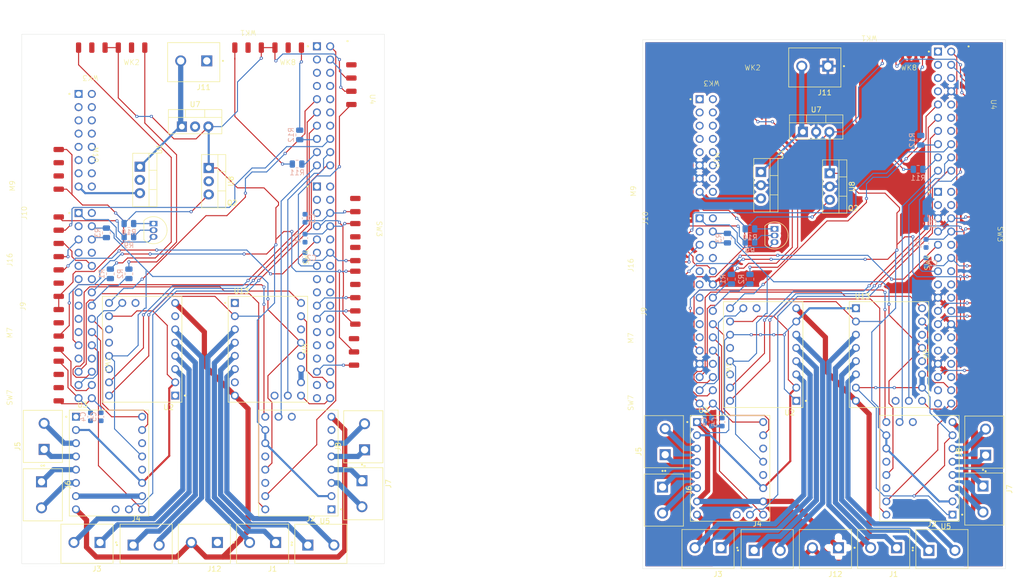
<source format=kicad_pcb>
(kicad_pcb (version 20240108) (generator "pcbnew") (generator_version "8.0")
  (layers (0 "F.Cu" signal) (31 "B.Cu" signal) (34 "B.Paste" user) (35 "F.Paste" user) (36 "B.SilkS" user "B.Silkscreen") (37 "F.SilkS" user "F.Silkscreen") (38 "B.Mask" user) (39 "F.Mask" user) (44 "Edge.Cuts" user))
  (net 0 "")
  (net 1 "step4")
  (net 4 "Net-(U5-M2B)")
  (net 5 "dir4")
  (net 6 "Net-(U5-M2A)")
  (net 8 "enn4")
  (net 9 "Net-(U5-M1B)")
  (net 10 "USART2_RX")
  (net 11 "/Motor drivers/GND")
  (net 12 "enn2")
  (net 14 "/Motor drivers/Motor_+12V")
  (net 15 "step2")
  (net 16 "Net-(U2-M1B)")
  (net 17 "Net-(U2-M2A)")
  (net 18 "diag2")
  (net 19 "dir2")
  (net 20 "Net-(U2-M1A)")
  (net 21 "Net-(U2-M2B)")
  (net 24 "Net-(U3-M2A)")
  (net 25 "enn3")
  (net 26 "Net-(U3-M2B)")
  (net 27 "step3")
  (net 29 "Net-(U3-M1B)")
  (net 30 "Net-(U3-M1A)")
  (net 31 "dir3")
  (net 35 "Net-(U13-M1A)")
  (net 36 "Net-(U13-M2B)")
  (net 39 "Net-(U13-M1B)")
  (net 40 "Net-(U13-M2A)")
  (net 41 "diag1")
  (net 42 "Net-(U5-M1A)")
  (net 43 "diag4")
  (net 44 "Net-(Q2-C)")
  (net 45 "Net-(Q2-B)")
  (net 46 "/End stop sensors/+5V")
  (net 47 "/Fans/+3.3V")
  (net 48 "Net-(WK1-NC)")
  (net 49 "Net-(WK2-NC)")
  (net 50 "Net-(WK3-NC)")
  (net 51 "Net-(WK8-NC)")
  (net 52 "step1")
  (net 53 "dir1")
  (net 54 "enn1")
  (net 55 "I2C1_SCL")
  (net 58 "EndStop4")
  (net 59 "BtnLeft")
  (net 62 "BtnCtr")
  (net 66 "diag3")
  (net 67 "EndStop3")
  (net 70 "ENC_DT")
  (net 71 "SPI2_MISO")
  (net 73 "EndStop1")
  (net 77 "Test_pin")
  (net 79 "BtnRight")
  (net 81 "VIN_STM")
  (net 82 "I2C1_SDA")
  (net 86 "SPI2_CLK")
  (net 88 "BtnDown")
  (net 89 "SPI2_MOSI")
  (net 90 "Net-(J10-Pin_1)")
  (net 92 "Net-(U1-VI)")
  (net 93 "ENC_CLK")
  (net 94 "BtnUp")
  (net 101 "USART2_TX")
  (net 107 "SPI_cs")
  (net 112 "Servo1PWM")
  (net 116 "EncoderBtn")
  (net 121 "Servo2PWM")
  (net 128 "EndStop2")
  (net 131 "GND")
  (footprint "TMC2209_SILENTSTEPSTICK:MODULE_TMC2209_SILENTSTEPSTICK" (layer "F.Cu") (at 90.932 117.602)
    (property "Reference" "U13")
    (property "Value" "TMC2209_SILENTSTEPSTICK")
  )
  (footprint "KF301-2P:HANDSON_KF301-2P" (layer "F.Cu") (at 220.2095 156.214)
    (property "Reference" "J2")
    (property "Value" "KF301-2P")
  )
  (footprint "Library:SERVO" (layer "F.Cu") (at 161.036 115.448 90)
    (property "Reference" "M7")
    (property "Value" "Motor_Servo")
  )
  (footprint "Package_TO_SOT_THT:TO-92_Inline" (layer "F.Cu") (at 188.108 94.488 -90)
    (property "Reference" "Q2")
    (property "Value" "BC547")
  )
  (footprint "Library:FAN" (layer "F.Cu") (at 178.816 80.894 -90)
    (property "Reference" "M10")
    (property "Value" "Fan")
  )
  (footprint "KF301-2P:HANDSON_KF301-2P" (layer "F.Cu") (at 195.8255 63.25 180)
    (property "Reference" "J11")
    (property "Value" "KF301-2P")
  )
  (footprint "Package_TO_SOT_THT:TO-220-3_Vertical" (layer "F.Cu") (at 66.365 82.55 -90)
    (property "Reference" "U1")
    (property "Value" "LF90_TO220")
  )
  (footprint "Package_TO_SOT_THT:TO-220-3_Vertical" (layer "F.Cu") (at 198.699 83.82 -90)
    (property "Reference" "U8")
    (property "Value" "LF33_TO220")
  )
  (footprint "Library:LCD" (layer "F.Cu") (at 113.284 66.162 -90)
    (property "Reference" "U4")
    (property "Value" "LCD")
  )
  (footprint "KF301-2P:HANDSON_KF301-2P" (layer "F.Cu") (at 197.866 155.706 180)
    (property "Reference" "J12")
    (property "Value" "KF301-2P")
  )
  (footprint "Package_TO_SOT_THT:TO-220-3_Vertical" (layer "F.Cu") (at 185.491 83.566 -90)
    (property "Reference" "U1")
    (property "Value" "LF90_TO220")
  )
  (footprint "Library:CONN" (layer "F.Cu") (at 44.45 91.572 90)
    (property "Reference" "J10")
    (property "Value" "Conn_01x01_Pin")
  )
  (footprint "Library:SERVO" (layer "F.Cu") (at 217.678 118.496 90)
    (property "Reference" "M8")
    (property "Value" "Motor_Servo")
  )
  (footprint "Library:FAN" (layer "F.Cu") (at 59.69 79.878 -90)
    (property "Reference" "M10")
    (property "Value" "Fan")
  )
  (footprint "Library:FAN" (layer "F.Cu") (at 98.806 90.556 90)
    (property "Reference" "SW5" (hide yes))
    (property "Value" "BtnCtr")
  )
  (footprint "Library:END_STOP" (layer "F.Cu") (at 56.52 68.58 180)
    (property "Reference" "WK3")
    (property "Value" "~")
  )
  (footprint "Library:FAN" (layer "F.Cu") (at 217.932 91.572 90)
    (property "Reference" "SW5" (hide yes))
    (property "Value" "BtnCtr")
  )
  (footprint "Library:END_STOP" (layer "F.Cu") (at 205.618 69.596 180)
    (property "Reference" "WK1")
    (property "Value" "~")
  )
  (footprint "Package_TO_SOT_THT:TO-220-3_Vertical" (layer "F.Cu") (at 74.422 74.859)
    (property "Reference" "U7")
    (property "Value" "LM7805_TO220")
  )
  (footprint "Library:FAN" (layer "F.Cu") (at 41.91 126.878 90)
    (property "Reference" "SW7")
    (property "Value" "BtnRight")
  )
  (footprint "Library:SERVO" (layer "F.Cu") (at 98.552 117.48 90)
    (property "Reference" "M8")
    (property "Value" "Motor_Servo")
  )
  (footprint "TMC2209_SILENTSTEPSTICK:MODULE_TMC2209_SILENTSTEPSTICK" (layer "F.Cu") (at 60.452 139.446)
    (property "Reference" "U3")
    (property "Value" "TMC2209_SILENTSTEPSTICK" (hide yes))
  )
  (footprint "KF301-2P:HANDSON_KF301-2P" (layer "F.Cu") (at 209.0335 155.706 180)
    (property "Reference" "J1")
    (property "Value" "KF301-2P")
  )
  (footprint "Library:END_STOP" (layer "F.Cu") (at 95.446 50.8)
    (property "Reference" "WK8")
    (property "Value" "~")
  )
  (footprint "KF301-2P:HANDSON_KF301-2P" (layer "F.Cu") (at 166.624 146.558 -90)
    (property "Reference" "J6")
    (property "Value" "KF301-2P")
  )
  (footprint "TMC2209_SILENTSTEPSTICK:MODULE_TMC2209_SILENTSTEPSTICK" (layer "F.Cu") (at 179.578 140.462)
    (property "Reference" "U3")
    (property "Value" "TMC2209_SILENTSTEPSTICK" (hide yes))
  )
  (footprint "Library:CONN" (layer "F.Cu") (at 163.576 110.368 90)
    (property "Reference" "J9")
    (property "Value" "Conn_01x01_Pin")
  )
  (footprint "Library:encoder" (layer "F.Cu") (at 116.586 107.066 -90)
    (property "Reference" "SW1" (hide yes))
    (property "Value" "Encoder")
  )
  (footprint "Library:FAN" (layer "F.Cu") (at 161.036 87.254 90)
    (property "Reference" "M9")
    (property "Value" "Fan")
  )
  (footprint "TMC2209_SILENTSTEPSTICK:MODULE_TMC2209_SILENTSTEPSTICK" (layer "F.Cu") (at 66.802 117.602 180)
    (property "Reference" "U2")
    (property "Value" "TMC2209_SILENTSTEPSTICK")
  )
  (footprint "KF301-2P:HANDSON_KF301-2P" (layer "F.Cu") (at 228.092 146.3525 -90)
    (property "Reference" "J7")
    (property "Value" "KF301-2P")
  )
  (footprint "Library:FAN" (layer "F.Cu") (at 116.586 94.102 -90)
    (property "Reference" "SW3")
    (property "Value" "BtnUp")
  )
  (footprint "KF301-2P:HANDSON_KF301-2P" (layer "F.Cu") (at 109.47 134.406 90)
    (property "Reference" "J8")
    (property "Value" "KF301-2P")
  )
  (footprint "Library:FAN" (layer "F.Cu") (at 98.806 99.954 90)
    (property "Reference" "SW4")
    (property "Value" "BtnDown")
  )
  (footprint "TMC2209_SILENTSTEPSTICK:MODULE_TMC2209_SILENTSTEPSTICK" (layer "F.Cu") (at 210.058 118.618)
    (property "Reference" "U13")
    (property "Value" "TMC2209_SILENTSTEPSTICK")
  )
  (footprint "KF301-2P:HANDSON_KF301-2P" (layer "F.Cu") (at 186.6985 156.21)
    (property "Reference" "J4")
    (property "Value" "KF301-2P")
  )
  (footprint "TMC2209_SILENTSTEPSTICK:MODULE_TMC2209_SILENTSTEPSTICK" (layer "F.Cu") (at 96.774 139.446 180)
    (property "Reference" "U5")
    (property "Value" "TMC2209_SILENTSTEPSTICK")
  )
  (footprint "Library:END_STOP" (layer "F.Cu") (at 65.4 50.8)
    (property "Reference" "WK2")
    (property "Value" "~")
  )
  (footprint "Library:FAN" (layer "F.Cu") (at 235.712 95.118 -90)
    (property "Reference" "SW3")
    (property "Value" "BtnUp")
  )
  (footprint "Package_TO_SOT_THT:TO-92_Inline" (layer "F.Cu") (at 68.982 93.472 -90)
    (property "Reference" "Q2")
    (property "Value" "BC547")
  )
  (footprint "KF301-2P:HANDSON_KF301-2P" (layer "F.Cu") (at 47.498 145.542 -90)
    (property "Reference" "J6")
    (property "Value" "KF301-2P")
  )
  (footprint "Library:CONN" (layer "F.Cu") (at 44.45 109.352 90)
    (property "Reference" "J9")
    (property "Value" "Conn_01x01_Pin")
  )
  (footprint "Library:SC_READER" (layer "F.Cu") (at 161.036 101.468 90)
    (property "Reference" "J16")
    (property "Value" "Micro_SD_Card_Module")
  )
  (footprint "TMC2209_SILENTSTEPSTICK:MODULE_TMC2209_SILENTSTEPSTICK" (layer "F.Cu") (at 215.9 140.462 180)
    (property "Reference" "U5")
    (property "Value" "TMC2209_SILENTSTEPSTICK")
  )
  (footprint "Package_TO_SOT_THT:TO-220-3_Vertical" (layer "F.Cu") (at 79.573 82.804 -90)
    (property "Reference" "U8")
    (property "Value" "LF33_TO220")
  )
  (footprint "KF301-2P:HANDSON_KF301-2P" (layer "F.Cu") (at 108.966 145.3365 -90)
    (property "Reference" "J7")
    (property "Value" "KF301-2P")
  )
  (footprint "Library:SC_READER" (layer "F.Cu") (at 41.91 100.452 90)
    (property "Reference" "J16")
    (property "Value" "Micro_SD_Card_Module")
  )
  (footprint "Library:FAN" (layer "F.Cu") (at 217.932 100.97 90)
    (property "Reference" "SW4")
    (property "Value" "BtnDown")
  )
  (footprint "Library:FAN" (layer "F.Cu") (at 59.69 120.518 -90)
    (property "Reference" "SW6")
    (property "Value" "BtnLeft")
  )
  (footprint "Library:FAN" (layer "F.Cu") (at 161.036 127.894 90)
    (property "Reference" "SW7")
    (property "Value" "BtnRight")
  )
  (footprint "Package_TO_SOT_THT:TO-220-3_Vertical" (layer "F.Cu") (at 193.548 75.875)
    (property "Reference" "U7")
    (property "Value" "LM7805_TO220")
  )
  (footprint "KF301-2P:HANDSON_KF301-2P" (layer "F.Cu") (at 78.74 154.69 180)
    (property "Reference" "J12")
    (property "Value" "KF301-2P")
  )
  (footprint "KF301-2P:HANDSON_KF301-2P" (layer "F.Cu") (at 101.0835 155.198)
    (property "Reference" "J2")
    (property "Value" "KF301-2P")
  )
  (footprint "NUCLEO-F746ZG:MODULE_NUCLEO-F746ZG" (layer "F.Cu") (at 197.866 94.366)
    (property "Reference" "A1" (hide yes))
    (property "Value" "NUCLEO-F746ZG" (hide yes))
  )
  (footprint "Library:END_STOP" (layer "F.Cu") (at 86.492 68.58 180)
    (property "Reference" "WK1")
    (property "Value" "~")
  )
  (footprint "Library:END_STOP" (layer "F.Cu") (at 184.526 51.816)
    (property "Reference" "WK2")
    (property "Value" "~")
  )
  (footprint "Library:SERVO" (layer "F.Cu") (at 41.91 114.432 90)
    (property "Reference" "M7")
    (property "Value" "Motor_Servo")
  )
  (footprint "KF301-2P:HANDSON_KF301-2P" (layer "F.Cu") (at 167.132 135.342 90)
    (property "Reference" "J5")
    (property "Value" "KF301-2P")
  )
  (footprint "KF301-2P:HANDSON_KF301-2P" (layer "F.Cu") (at 56.2225 154.686 180)
    (property "Reference" "J3")
    (property "Value" "KF301-2P")
  )
  (footprint "NUCLEO-F746ZG:MODULE_NUCLEO-F746ZG" (layer "F.Cu") (at 78.74 93.35)
    (property "Reference" "A1" (hide yes))
    (property "Value" "NUCLEO-F746ZG" (hide yes))
  )
  (footprint "KF301-2P:HANDSON_KF301-2P" (layer "F.Cu") (at 228.596 135.422 90)
    (property "Reference" "J8")
    (property "Value" "KF301-2P")
  )
  (footprint "TMC2209_SILENTSTEPSTICK:MODULE_TMC2209_SILENTSTEPSTICK" (layer "F.Cu") (at 185.928 118.618 180)
    (property "Reference" "U2")
    (property "Value" "TMC2209_SILENTSTEPSTICK")
  )
  (footprint "Library:LCD" (layer "F.Cu") (at 232.41 67.178 -90)
    (property "Reference" "U4")
    (property "Value" "LCD")
  )
  (footprint "KF301-2P:HANDSON_KF301-2P" (layer "F.Cu") (at 175.3485 155.702 180)
    (property "Reference" "J3")
    (property "Value" "KF301-2P")
  )
  (footprint "KF301-2P:HANDSON_KF301-2P" (layer "F.Cu") (at 67.5725 155.194)
    (property "Reference" "J4")
    (property "Value" "KF301-2P")
  )
  (footprint "KF301-2P:HANDSON_KF301-2P" (layer "F.Cu") (at 89.9075 154.69 180)
    (property "Reference" "J1")
    (property "Value" "KF301-2P")
  )
  (footprint "Library:END_STOP" (layer "F.Cu") (at 175.646 69.596 180)
    (property "Reference" "WK3")
    (property "Value" "~")
  )
  (footprint "Library:encoder" (layer "F.Cu") (at 235.712 108.082 -90)
    (property "Reference" "SW1" (hide yes))
    (property "Value" "Encoder")
  )
  (footprint "KF301-2P:HANDSON_KF301-2P" (layer "F.Cu") (at 76.6995 62.234 180)
    (property "Reference" "J11")
    (property "Value" "KF301-2P")
  )
  (footprint "KF301-2P:HANDSON_KF301-2P" (layer "F.Cu") (at 48.006 134.326 90)
    (property "Reference" "J5")
    (property "Value" "KF301-2P")
  )
  (footprint "Library:FAN" (layer "F.Cu") (at 41.91 86.238 90)
    (property "Reference" "M9")
    (property "Value" "Fan")
  )
  (footprint "Library:END_STOP" (layer "F.Cu") (at 214.572 51.816)
    (property "Reference" "WK8")
    (property "Value" "~")
  )
  (footprint "Library:FAN" (layer "F.Cu") (at 178.816 121.534 -90)
    (property "Reference" "SW6")
    (property "Value" "BtnLeft")
  )
  (footprint "Library:CONN" (layer "F.Cu") (at 163.576 92.588 90)
    (property "Reference" "J10")
    (property "Value" "Conn_01x01_Pin")
  )
  (footprint "Resistor_SMD:R_0805_2012Metric" (layer "B.Cu") (at 59.944 95.25 -90)
    (property "Reference" "R3")
    (property "Value" "1k")
  )
  (footprint "Resistor_SMD:R_0805_2012Metric" (layer "B.Cu") (at 179.832 104.14 -90)
    (property "Reference" "R1")
    (property "Value" "3.3k")
  )
  (footprint "Resistor_SMD:R_0805_2012Metric" (layer "B.Cu") (at 60.706 103.124 -90)
    (property "Reference" "R1")
    (property "Value" "3.3k")
  )
  (footprint "Resistor_SMD:R_0805_2012Metric" (layer "B.Cu") (at 183.388 104.14 -90)
    (property "Reference" "R2")
    (property "Value" "3.3k")
  )
  (footprint "Resistor_SMD:R_0805_2012Metric" (layer "B.Cu") (at 179.07 96.266 -90)
    (property "Reference" "R3")
    (property "Value" "1k")
  )
  (footprint "Resistor_SMD:R_0805_2012Metric" (layer "B.Cu") (at 64.262 93.472)
    (property "Reference" "R10")
    (property "Value" "100R")
  )
  (footprint "Capacitor_SMD:C_0603_1608Metric" (layer "B.Cu") (at 176.022 131.572 -90)
    (property "Reference" "C4")
    (property "Value" "1uF")
  )
  (footprint "Capacitor_SMD:C_0603_1608Metric" (layer "B.Cu") (at 58.928 130.556 -90)
    (property "Reference" "C5")
    (property "Value" "1uF")
  )
  (footprint "Capacitor_SMD:C_0603_1608Metric" (layer "B.Cu") (at 98.044 99.822 90)
    (property "Reference" "C2")
    (property "Value" "1uF" (hide yes))
  )
  (footprint "Capacitor_SMD:C_0603_1608Metric" (layer "B.Cu") (at 178.054 131.572 -90)
    (property "Reference" "C5")
    (property "Value" "1uF")
  )
  (footprint "Resistor_SMD:R_0805_2012Metric" (layer "B.Cu") (at 183.388 94.488)
    (property "Reference" "R10")
    (property "Value" "100R")
  )
  (footprint "Capacitor_SMD:C_0603_1608Metric" (layer "B.Cu") (at 217.17 93.472 90)
    (property "Reference" "C3")
    (property "Value" "1uF" (hide yes))
  )
  (footprint "Resistor_SMD:R_0805_2012Metric" (layer "B.Cu") (at 216.154 77.47 -90)
    (property "Reference" "R12")
    (property "Value" "3.3k")
  )
  (footprint "Capacitor_SMD:C_0603_1608Metric" (layer "B.Cu") (at 217.17 100.838 90)
    (property "Reference" "C2")
    (property "Value" "1uF" (hide yes))
  )
  (footprint "Capacitor_SMD:C_0603_1608Metric" (layer "B.Cu") (at 98.044 96.266 -90)
    (property "Reference" "C1")
    (property "Value" "1uF" (hide yes))
  )
  (footprint "Capacitor_SMD:C_0603_1608Metric" (layer "B.Cu") (at 56.896 130.556 -90)
    (property "Reference" "C4")
    (property "Value" "1uF")
  )
  (footprint "Resistor_SMD:R_0805_2012Metric" (layer "B.Cu") (at 96.52 82.042)
    (property "Reference" "R11")
    (property "Value" "3.3k")
  )
  (footprint "Resistor_SMD:R_0805_2012Metric" (layer "B.Cu") (at 64.262 96.012)
    (property "Reference" "R9")
    (property "Value" "100R")
  )
  (footprint "Resistor_SMD:R_0805_2012Metric" (layer "B.Cu") (at 97.028 76.454 -90)
    (property "Reference" "R12")
    (property "Value" "3.3k")
  )
  (footprint "Capacitor_SMD:C_0603_1608Metric" (layer "B.Cu") (at 98.044 92.456 90)
    (property "Reference" "C3")
    (property "Value" "1uF" (hide yes))
  )
  (footprint "Resistor_SMD:R_0805_2012Metric" (layer "B.Cu") (at 64.262 103.124 -90)
    (property "Reference" "R2")
    (property "Value" "3.3k")
  )
  (footprint "Capacitor_SMD:C_0603_1608Metric" (layer "B.Cu") (at 217.17 97.282 -90)
    (property "Reference" "C1")
    (property "Value" "1uF" (hide yes))
  )
  (footprint "Resistor_SMD:R_0805_2012Metric" (layer "B.Cu") (at 183.388 97.028)
    (property "Reference" "R9")
    (property "Value" "100R")
  )
  (footprint "Resistor_SMD:R_0805_2012Metric" (layer "B.Cu") (at 215.646 83.058)
    (property "Reference" "R11")
    (property "Value" "3.3k")
  )
  (gr_rect (start 162.814 58.166) (end 232.41 159.766) (stroke (width 0.05)) (fill none) (layer "Edge.Cuts"))
  (gr_rect (start 43.688 57.15) (end 113.284 158.75) (stroke (width 0.05)) (fill none) (layer "Edge.Cuts"))
  (segment (start 223.061 128.475) (end 223.061 61.517) (width 0.2) (layer "F.Cu") (net 1))
  (segment (start 103.935 127.459) (end 103.935 60.501) (width 0.2) (layer "F.Cu") (net 1))
  (segment (start 100.292 135.928) (end 100.292 131.102) (width 0.2) (layer "F.Cu") (net 1))
  (segment (start 219.418 132.118) (end 223.061 128.475) (width 0.2) (layer "F.Cu") (net 1))
  (segment (start 223.061 61.517) (end 221.996 60.452) (width 0.2) (layer "F.Cu") (net 1))
  (segment (start 90.424 145.796) (end 100.292 135.928) (width 0.2) (layer "F.Cu") (net 1))
  (segment (start 209.55 146.812) (end 219.418 136.944) (width 0.2) (layer "F.Cu") (net 1))
  (segment (start 100.292 131.102) (end 103.935 127.459) (width 0.2) (layer "F.Cu") (net 1))
  (segment (start 219.418 136.944) (end 219.418 132.118) (width 0.2) (layer "F.Cu") (net 1))
  (segment (start 103.935 60.501) (end 102.87 59.436) (width 0.2) (layer "F.Cu") (net 1))
  (segment (start 224.866 136.652) (end 228.596 132.922) (width 1) (layer "B.Cu") (net 4))
  (segment (start 222.25 136.652) (end 224.866 136.652) (width 1) (layer "B.Cu") (net 4))
  (segment (start 105.74 135.636) (end 109.47 131.906) (width 1) (layer "B.Cu") (net 4))
  (segment (start 103.124 135.636) (end 105.74 135.636) (width 1) (layer "B.Cu") (net 4))
  (segment (start 58.928 106.934) (end 57.707 108.155) (width 0.2) (layer "F.Cu") (net 5))
  (segment (start 56.708862 108.155) (end 56.085 108.778862) (width 0.2) (layer "F.Cu") (net 5))
  (segment (start 56.085 120.445) (end 54.61 121.92) (width 0.2) (layer "F.Cu") (net 5))
  (segment (start 56.085 108.778862) (end 56.085 120.445) (width 0.2) (layer "F.Cu") (net 5))
  (segment (start 175.211 109.794862) (end 175.211 121.461) (width 0.2) (layer "F.Cu") (net 5))
  (segment (start 208.28 109.728) (end 206.502 107.95) (width 0.2) (layer "F.Cu") (net 5))
  (segment (start 175.834862 109.171) (end 175.211 109.794862) (width 0.2) (layer "F.Cu") (net 5))
  (segment (start 87.376 106.934) (end 58.928 106.934) (width 0.2) (layer "F.Cu") (net 5))
  (segment (start 89.154 147.066) (end 89.154 108.712) (width 0.2) (layer "F.Cu") (net 5))
  (segment (start 178.054 107.95) (end 176.833 109.171) (width 0.2) (layer "F.Cu") (net 5))
  (segment (start 90.424 148.336) (end 89.154 147.066) (width 0.2) (layer "F.Cu") (net 5))
  (segment (start 206.502 107.95) (end 178.054 107.95) (width 0.2) (layer "F.Cu") (net 5))
  (segment (start 175.211 121.461) (end 173.736 122.936) (width 0.2) (layer "F.Cu") (net 5))
  (segment (start 208.28 148.082) (end 208.28 109.728) (width 0.2) (layer "F.Cu") (net 5))
  (segment (start 209.55 149.352) (end 208.28 148.082) (width 0.2) (layer "F.Cu") (net 5))
  (segment (start 57.707 108.155) (end 56.708862 108.155) (width 0.2) (layer "F.Cu") (net 5))
  (segment (start 89.154 108.712) (end 87.376 106.934) (width 0.2) (layer "F.Cu") (net 5))
  (segment (start 176.833 109.171) (end 175.834862 109.171) (width 0.2) (layer "F.Cu") (net 5))
  (segment (start 103.124 138.176) (end 108.2 138.176) (width 1) (layer "B.Cu") (net 6))
  (segment (start 222.25 139.192) (end 227.326 139.192) (width 1) (layer "B.Cu") (net 6))
  (segment (start 108.2 138.176) (end 109.47 136.906) (width 1) (layer "B.Cu") (net 6))
  (segment (start 227.326 139.192) (end 228.596 137.922) (width 1) (layer "B.Cu") (net 6))
  (segment (start 53.545 106.238862) (end 53.545 115.775) (width 0.2) (layer "F.Cu") (net 8))
  (segment (start 90.424 130.556) (end 90.17 130.302) (width 0.2) (layer "F.Cu") (net 8))
  (segment (start 173.704862 106.221) (end 172.671 107.254862) (width 0.2) (layer "F.Cu") (net 8))
  (segment (start 90.17 105.664) (end 89.711 105.205) (width 0.2) (layer "F.Cu") (net 8))
  (segment (start 172.671 107.254862) (end 172.671 116.791) (width 0.2) (layer "F.Cu") (net 8))
  (segment (start 209.296 106.68) (end 208.837 106.221) (width 0.2) (layer "F.Cu") (net 8))
  (segment (start 172.671 116.791) (end 173.736 117.856) (width 0.2) (layer "F.Cu") (net 8))
  (segment (start 53.545 115.775) (end 54.61 116.84) (width 0.2) (layer "F.Cu") (net 8))
  (segment (start 209.296 131.318) (end 209.296 109.982) (width 0.2) (layer "F.Cu") (net 8))
  (segment (start 90.17 130.302) (end 90.17 108.966) (width 0.2) (layer "F.Cu") (net 8))
  (segment (start 54.578862 105.205) (end 53.545 106.238862) (width 0.2) (layer "F.Cu") (net 8))
  (segment (start 89.711 105.205) (end 54.578862 105.205) (width 0.2) (layer "F.Cu") (net 8))
  (segment (start 209.55 131.572) (end 209.296 131.318) (width 0.2) (layer "F.Cu") (net 8))
  (segment (start 208.837 106.221) (end 173.704862 106.221) (width 0.2) (layer "F.Cu") (net 8))
  (via (at 90.17 105.664) (size 0.6) (drill 0.3) (layers "F.Cu" "B.Cu") (net 8))
  (via (at 209.296 109.982) (size 0.6) (drill 0.3) (layers "F.Cu" "B.Cu") (net 8))
  (via (at 209.296 106.68) (size 0.6) (drill 0.3) (layers "F.Cu" "B.Cu") (net 8))
  (via (at 90.17 108.966) (size 0.6) (drill 0.3) (layers "F.Cu" "B.Cu") (net 8))
  (segment (start 209.296 109.982) (end 209.296 106.68) (width 0.2) (layer "B.Cu") (net 8))
  (segment (start 90.17 108.966) (end 90.17 105.664) (width 0.2) (layer "B.Cu") (net 8))
  (segment (start 104.3855 143.256) (end 108.966 147.8365) (width 1) (layer "B.Cu") (net 9))
  (segment (start 222.25 144.272) (end 223.5115 144.272) (width 1) (layer "B.Cu") (net 9))
  (segment (start 223.5115 144.272) (end 228.092 148.8525) (width 1) (layer "B.Cu") (net 9))
  (segment (start 103.124 143.256) (end 104.3855 143.256) (width 1) (layer "B.Cu") (net 9))
  (segment (start 91.694 127.762) (end 90.932 127) (width 0.2) (layer "F.Cu") (net 10))
  (segment (start 92.456 111.506) (end 92.71 111.76) (width 0.2) (layer "F.Cu") (net 10))
  (segment (start 90.932 122.682) (end 97.282 116.332) (width 0.2) (layer "F.Cu") (net 10))
  (segment (start 211.836 112.776) (end 216.408 117.348) (width 0.2) (layer "F.Cu") (net 10))
  (segment (start 211.582 112.522) (end 211.836 112.776) (width 0.2) (layer "F.Cu") (net 10))
  (segment (start 211.836 112.776) (end 210.058 110.998) (width 0.2) (layer "F.Cu") (net 10))
  (segment (start 210.058 110.998) (end 210.058 108.966) (width 0.2) (layer "F.Cu") (net 10))
  (segment (start 92.71 111.76) (end 90.932 109.982) (width 0.2) (layer "F.Cu") (net 10))
  (segment (start 210.82 128.778) (end 210.058 128.016) (width 0.2) (layer "F.Cu") (net 10))
  (segment (start 210.058 128.016) (end 210.058 123.698) (width 0.2) (layer "F.Cu") (net 10))
  (segment (start 91.694 139.446) (end 91.694 127.762) (width 0.2) (layer "F.Cu") (net 10))
  (segment (start 92.71 111.76) (end 97.282 116.332) (width 0.2) (layer "F.Cu") (net 10))
  (segment (start 209.55 141.732) (end 210.82 140.462) (width 0.2) (layer "F.Cu") (net 10))
  (segment (start 90.932 127) (end 90.932 122.682) (width 0.2) (layer "F.Cu") (net 10))
  (segment (start 90.424 140.716) (end 91.694 139.446) (width 0.2) (layer "F.Cu") (net 10))
  (segment (start 210.82 140.462) (end 210.82 128.778) (width 0.2) (layer "F.Cu") (net 10))
  (segment (start 210.058 123.698) (end 216.408 117.348) (width 0.2) (layer "F.Cu") (net 10))
  (segment (start 90.932 109.982) (end 90.932 107.95) (width 0.2) (layer "F.Cu") (net 10))
  (via (at 90.932 107.95) (size 0.6) (drill 0.3) (layers "F.Cu" "B.Cu") (net 10))
  (via (at 210.058 108.966) (size 0.6) (drill 0.3) (layers "F.Cu" "B.Cu") (net 10))
  (segment (start 57.5075 94.3375) (end 57.15 93.98) (width 0.2) (layer "B.Cu") (net 10))
  (segment (start 61.506 119.926) (end 60.452 118.872) (width 0.2) (layer "B.Cu") (net 10))
  (segment (start 179.4275 95.3535) (end 179.07 95.3535) (width 0.2) (layer "B.Cu") (net 10))
  (segment (start 210.058 105.918) (end 208.788 104.648) (width 0.2) (layer "B.Cu") (net 10))
  (segment (start 186.69 110.744) (end 186.69 103.378) (width 0.2) (layer "B.Cu") (net 10))
  (segment (start 186.436 110.744) (end 186.69 110.744) (width 0.2) (layer "B.Cu") (net 10))
  (segment (start 179.578 95.3535) (end 176.6335 95.3535) (width 0.2) (layer "B.Cu") (net 10))
  (segment (start 90.932 104.902) (end 89.662 103.632) (width 0.2) (layer "B.Cu") (net 10))
  (segment (start 180.556 96.840058) (end 180.556 96.508326) (width 0.2) (layer "B.Cu") (net 10))
  (segment (start 89.662 103.632) (end 68.834 103.632) (width 0.2) (layer "B.Cu") (net 10))
  (segment (start 65.278 117.602) (end 66.04 116.84) (width 0.2) (layer "B.Cu") (net 10))
  (segment (start 61.43 96.228) (end 61.43 95.824058) (width 0.2) (layer "B.Cu") (net 10))
  (segment (start 62.992 97.79) (end 61.43 96.228) (width 0.2) (layer "B.Cu") (net 10))
  (segment (start 183.134 119.888) (end 184.658 118.364) (width 0.2) (layer "B.Cu") (net 10))
  (segment (start 66.04 116.84) (end 66.04 110.998) (width 0.2) (layer "B.Cu") (net 10))
  (segment (start 210.058 108.966) (end 210.058 105.918) (width 0.2) (layer "B.Cu") (net 10))
  (segment (start 180.632 133.896) (end 180.632 120.942) (width 0.2) (layer "B.Cu") (net 10))
  (segment (start 64.008 118.872) (end 65.278 117.602) (width 0.2) (layer "B.Cu") (net 10))
  (segment (start 176.6335 95.3535) (end 176.276 94.996) (width 0.2) (layer "B.Cu") (net 10))
  (segment (start 68.834 103.632) (end 67.564 102.362) (width 0.2) (layer "B.Cu") (net 10))
  (segment (start 186.69 103.378) (end 182.118 98.806) (width 0.2) (layer "B.Cu") (net 10))
  (segment (start 61.506 132.88) (end 61.506 119.926) (width 0.2) (layer "B.Cu") (net 10))
  (segment (start 185.928 139.192) (end 180.632 133.896) (width 0.2) (layer "B.Cu") (net 10))
  (segment (start 66.04 110.998) (end 67.31 109.728) (width 0.2) (layer "B.Cu") (net 10))
  (segment (start 67.564 102.362) (end 62.992 97.79) (width 0.2) (layer "B.Cu") (net 10))
  (segment (start 180.556 97.244) (end 180.556 96.840058) (width 0.2) (layer "B.Cu") (net 10))
  (segment (start 187.96 104.648) (end 186.69 103.378) (width 0.2) (layer "B.Cu") (net 10))
  (segment (start 184.658 118.364) (end 184.658 112.522) (width 0.2) (layer "B.Cu") (net 10))
  (segment (start 179.578 119.888) (end 183.134 119.888) (width 0.2) (layer "B.Cu") (net 10))
  (segment (start 60.452 94.3375) (end 57.5075 94.3375) (width 0.2) (layer "B.Cu") (net 10))
  (segment (start 208.788 104.648) (end 187.96 104.648) (width 0.2) (layer "B.Cu") (net 10))
  (segment (start 60.452 118.872) (end 64.008 118.872) (width 0.2) (layer "B.Cu") (net 10))
  (segment (start 60.3015 94.3375) (end 59.944 94.3375) (width 0.2) (layer "B.Cu") (net 10))
  (segment (start 184.658 112.522) (end 186.436 110.744) (width 0.2) (layer "B.Cu") (net 10))
  (segment (start 180.632 120.942) (end 179.578 119.888) (width 0.2) (layer "B.Cu") (net 10))
  (segment (start 182.118 98.806) (end 180.556 97.244) (width 0.2) (layer "B.Cu") (net 10))
  (segment (start 61.43 95.466) (end 60.3015 94.3375) (width 0.2) (layer "B.Cu") (net 10))
  (segment (start 66.802 138.176) (end 61.506 132.88) (width 0.2) (layer "B.Cu") (net 10))
  (segment (start 67.564 109.728) (end 67.564 102.362) (width 0.2) (layer "B.Cu") (net 10))
  (segment (start 61.43 95.824058) (end 61.43 95.492326) (width 0.2) (layer "B.Cu") (net 10))
  (segment (start 90.932 107.95) (end 90.932 104.902) (width 0.2) (layer "B.Cu") (net 10))
  (segment (start 180.556 96.482) (end 179.4275 95.3535) (width 0.2) (layer "B.Cu") (net 10))
  (segment (start 67.31 109.728) (end 67.564 109.728) (width 0.2) (layer "B.Cu") (net 10))
  (segment (start 175.26 133.604) (end 175.26 144.78) (width 1) (layer "F.Cu") (net 11))
  (segment (start 191.472 146.812) (end 200.366 155.706) (width 1) (layer "F.Cu") (net 11))
  (segment (start 216.408 124.968) (end 211.074 124.968) (width 0.2) (layer "F.Cu") (net 11))
  (segment (start 175.26 144.78) (end 173.228 146.812) (width 1) (layer "F.Cu") (net 11))
  (segment (start 214.884 145.758) (end 220.726 139.916) (width 0.2) (layer "F.Cu") (net 11))
  (segment (start 207.518 124.968) (end 203.708 124.968) (width 0.2) (layer "F.Cu") (net 11))
  (segment (start 220.726 135.636) (end 222.25 134.112) (width 0.2) (layer "F.Cu") (net 11))
  (segment (start 187.96 114.808) (end 189.992 114.808) (width 0.2) (layer "F.Cu") (net 11))
  (segment (start 173.228 131.572) (end 175.26 133.604) (width 1) (layer "F.Cu") (net 11))
  (segment (start 220.726 139.916) (end 220.726 135.636) (width 0.2) (layer "F.Cu") (net 11))
  (segment (start 185.928 146.812) (end 191.472 146.812) (width 1) (layer "F.Cu") (net 11))
  (segment (start 183.642 114.808) (end 185.42 114.808) (width 0.2) (layer "F.Cu") (net 11))
  (via (at 183.642 114.808) (size 0.6) (drill 0.3) (layers "F.Cu" "B.Cu") (net 11))
  (via (at 189.992 114.808) (size 0.6) (drill 0.3) (layers "F.Cu" "B.Cu") (net 11))
  (via (at 211.074 124.968) (size 0.6) (drill 0.3) (layers "F.Cu" "B.Cu") (net 11))
  (via (at 185.42 114.808) (size 0.6) (drill 0.3) (layers "F.Cu" "B.Cu") (net 11))
  (via (at 207.518 124.968) (size 0.6) (drill 0.3) (layers "F.Cu" "B.Cu") (net 11))
  (via (at 187.96 114.808) (size 0.6) (drill 0.3) (layers "F.Cu" "B.Cu") (net 11))
  (via (at 214.884 145.758) (size 0.6) (drill 0.3) (layers "F.Cu" "B.Cu") (net 11))
  (segment (start 179.578 114.808) (end 178.524 115.862) (width 0.2) (layer "B.Cu") (net 11))
  (segment (start 209.113418 145.758) (end 214.884 145.758) (width 0.2) (layer "B.Cu") (net 11))
  (segment (start 185.42 114.808) (end 187.96 114.808) (width 0.2) (layer "B.Cu") (net 11))
  (segment (start 221.234 149.352) (end 222.25 149.352) (width 0.2) (layer "B.Cu") (net 11))
  (segment (start 179.324 133.096) (end 178.816 133.604) (width 0.2) (layer "B.Cu") (net 11))
  (segment (start 207.626 128.886) (end 207.626 144.270582) (width 0.2) (layer "B.Cu") (net 11))
  (segment (start 222.25 134.112) (end 217.932 129.794) (width 0.2) (layer "B.Cu") (net 11))
  (segment (start 192.278 112.268) (end 189.992 114.554) (width 0.2) (layer "B.Cu") (net 11))
  (segment (start 217.678 126.492) (end 217.678 126.238) (width 0.2) (layer "B.Cu") (net 11))
  (segment (start 216.408 122.428) (end 216.408 124.968) (width 1) (layer "B.Cu") (net 11))
  (segment (start 175.26 133.604) (end 173.228 131.572) (width 0.2) (layer "B.Cu") (net 11))
  (segment (start 217.64 145.758) (end 221.234 149.352) (width 0.2) (layer "B.Cu") (net 11))
  (segment (start 217.932 129.794) (end 217.932 126.746) (width 0.2) (layer "B.Cu") (net 11))
  (segment (start 179.578 114.808) (end 183.642 114.808) (width 0.2) (layer "B.Cu") (net 11))
  (segment (start 203.708 109.728) (end 194.818 109.728) (width 0.4) (layer "B.Cu") (net 11))
  (segment (start 214.884 145.758) (end 217.64 145.758) (width 0.2) (layer "B.Cu") (net 11))
  (segment (start 178.524 130.043304) (end 179.324 130.843304) (width 0.2) (layer "B.Cu") (net 11))
  (segment (start 217.678 126.238) (end 216.408 124.968) (width 0.2) (layer "B.Cu") (net 11))
  (segment (start 203.708 124.968) (end 207.626 128.886) (width 0.2) (layer "B.Cu") (net 11))
  (segment (start 207.626 144.270582) (end 209.113418 145.758) (width 0.2) (layer "B.Cu") (net 11))
  (segment (start 179.324 130.843304) (end 179.324 133.096) (width 0.2) (layer "B.Cu") (net 11))
  (segment (start 211.074 124.968) (end 207.518 124.968) (width 0.2) (layer "B.Cu") (net 11))
  (segment (start 54.102 145.796) (end 66.802 145.796) (width 1) (layer "B.Cu") (net 11))
  (segment (start 173.228 146.812) (end 185.928 146.812) (width 1) (layer "B.Cu") (net 11))
  (segment (start 189.992 125.222) (end 192.278 127.508) (width 0.2) (layer "B.Cu") (net 11))
  (segment (start 97.282 121.412) (end 97.282 123.952) (width 1) (layer "B.Cu") (net 11))
  (segment (start 194.818 109.728) (end 192.278 112.268) (width 0.4) (layer "B.Cu") (net 11))
  (segment (start 178.524 115.862) (end 178.524 130.043304) (width 0.2) (layer "B.Cu") (net 11))
  (segment (start 217.932 126.746) (end 217.678 126.492) (width 0.2) (layer "B.Cu") (net 11))
  (segment (start 178.816 133.604) (end 175.26 133.604) (width 0.2) (layer "B.Cu") (net 11))
  (segment (start 189.992 114.554) (end 189.992 125.222) (width 0.2) (layer "B.Cu") (net 11))
  (segment (start 205.74 89.408) (end 205.74 88.646) (width 0.2) (layer "F.Cu") (net 12))
  (segment (start 217.17 72.898) (end 219.456 70.612) (width 0.2) (layer "F.Cu") (net 12))
  (segment (start 66.859686 104.14) (end 79.051686 91.948) (width 0.2) (layer "F.Cu") (net 12))
  (segment (start 86.614 88.392) (end 86.614 87.63) (width 0.2) (layer "F.Cu") (net 12))
  (segment (start 217.17 77.216) (end 217.17 72.898) (width 0.2) (layer "F.Cu") (net 12))
  (segment (start 202.184 92.964) (end 205.74 89.408) (width 0.2) (layer "F.Cu") (net 12))
  (segment (start 94.234 80.01) (end 98.044 76.2) (width 0.2) (layer "F.Cu") (net 12))
  (segment (start 198.177686 92.964) (end 202.184 92.964) (width 0.2) (layer "F.Cu") (net 12))
  (segment (start 185.928 105.156) (end 185.985686 105.156) (width 0.2) (layer "F.Cu") (net 12))
  (segment (start 66.802 104.14) (end 66.859686 104.14) (width 0.2) (layer "F.Cu") (net 12))
  (segment (start 213.36 81.026) (end 217.17 77.216) (width 0.2) (layer "F.Cu") (net 12))
  (segment (start 83.058 91.948) (end 86.614 88.392) (width 0.2) (layer "F.Cu") (net 12))
  (segment (start 98.044 71.882) (end 100.33 69.596) (width 0.2) (layer "F.Cu") (net 12))
  (segment (start 79.051686 91.948) (end 83.058 91.948) (width 0.2) (layer "F.Cu") (net 12))
  (segment (start 98.044 76.2) (end 98.044 71.882) (width 0.2) (layer "F.Cu") (net 12))
  (segment (start 185.985686 105.156) (end 198.177686 92.964) (width 0.2) (layer "F.Cu") (net 12))
  (via (at 185.928 105.156) (size 0.6) (drill 0.3) (layers "F.Cu" "B.Cu") (net 12))
  (via (at 213.36 81.026) (size 0.6) (drill 0.3) (layers "F.Cu" "B.Cu") (net 12))
  (via (at 66.802 104.14) (size 0.6) (drill 0.3) (layers "F.Cu" "B.Cu") (net 12))
  (via (at 86.614 87.63) (size 0.6) (drill 0.3) (layers "F.Cu" "B.Cu") (net 12))
  (via (at 205.74 88.646) (size 0.6) (drill 0.3) (layers "F.Cu" "B.Cu") (net 12))
  (via (at 94.234 80.01) (size 0.6) (drill 0.3) (layers "F.Cu" "B.Cu") (net 12))
  (segment (start 87.63 83.82) (end 87.884 83.566) (width 0.2) (layer "B.Cu") (net 12))
  (segment (start 184.15 106.934) (end 185.928 105.156) (width 0.2) (layer "B.Cu") (net 12))
  (segment (start 63.246 105.918) (end 64.008 105.918) (width 0.2) (layer "B.Cu") (net 12))
  (segment (start 205.74 88.646) (end 205.74 85.852) (width 0.2) (layer "B.Cu") (net 12))
  (segment (start 206.756 84.836) (end 207.01 84.582) (width 0.2) (layer "B.Cu") (net 12))
  (segment (start 65.024 105.918) (end 66.802 104.14) (width 0.2) (layer "B.Cu") (net 12))
  (segment (start 179.578 109.728) (end 182.372 106.934) (width 0.2) (layer "B.Cu") (net 12))
  (segment (start 90.678 83.566) (end 94.234 80.01) (width 0.2) (layer "B.Cu") (net 12))
  (segment (start 207.01 84.582) (end 209.804 84.582) (width 0.2) (layer "B.Cu") (net 12))
  (segment (start 182.372 106.934) (end 183.134 106.934) (width 0.2) (layer "B.Cu") (net 12))
  (segment (start 60.452 108.712) (end 63.246 105.918) (width 0.2) (layer "B.Cu") (net 12))
  (segment (start 86.614 84.836) (end 87.63 83.82) (width 0.2) (layer "B.Cu") (net 12))
  (segment (start 86.614 87.63) (end 86.614 84.836) (width 0.2) (layer "B.Cu") (net 12))
  (segment (start 183.134 106.934) (end 184.15 106.934) (width 0.2) (layer "B.Cu") (net 12))
  (segment (start 205.74 85.852) (end 206.756 84.836) (width 0.2) (layer "B.Cu") (net 12))
  (segment (start 209.804 84.582) (end 213.36 81.026) (width 0.2) (layer "B.Cu") (net 12))
  (segment (start 87.884 83.566) (end 90.678 83.566) (width 0.2) (layer "B.Cu") (net 12))
  (segment (start 64.008 105.918) (end 65.024 105.918) (width 0.2) (layer "B.Cu") (net 12))
  (segment (start 82.296 157.48) (end 85.6575 154.1185) (width 1) (layer "F.Cu") (net 14))
  (segment (start 224.79 157.226) (end 224.79 134.112) (width 1) (layer "F.Cu") (net 14))
  (segment (start 175.26 156.6135) (end 175.26 151.384) (width 1) (layer "F.Cu") (net 14))
  (segment (start 87.122 129.032) (end 84.582 126.492) (width 1) (layer "F.Cu") (net 14))
  (segment (start 73.45 157.48) (end 58.0165 157.48) (width 1) (layer "F.Cu") (net 14))
  (segment (start 56.134 150.368) (end 54.102 148.336) (width 1) (layer "F.Cu") (net 14))
  (segment (start 56.134 155.5975) (end 56.134 150.368) (width 1) (layer "F.Cu") (net 14))
  (segment (start 104.394 157.48) (end 105.664 156.21) (width 1) (layer "F.Cu") (net 14))
  (segment (start 78.74 120.65) (end 78.74 114.3) (width 1) (layer "F.Cu") (net 14))
  (segment (start 206.248 130.048) (end 203.708 127.508) (width 1) (layer "F.Cu") (net 14))
  (segment (start 204.7835 155.1345) (end 204.7835 154.981126) (width 1) (layer "F.Cu") (net 14))
  (segment (start 105.664 156.21) (end 105.664 133.096) (width 1) (layer "F.Cu") (net 14))
  (segment (start 175.26 151.384) (end 173.228 149.352) (width 1) (layer "F.Cu") (net 14))
  (segment (start 203.708 127.508) (end 197.866 121.666) (width 1) (layer "F.Cu") (net 14))
  (segment (start 58.0165 157.48) (end 56.134 155.5975) (width 1) (layer "F.Cu") (net 14))
  (segment (start 105.664 133.096) (end 103.124 130.556) (width 1) (layer "F.Cu") (net 14))
  (segment (start 201.422 158.496) (end 204.7835 155.1345) (width 1) (layer "F.Cu") (net 14))
  (segment (start 204.7835 154.981126) (end 206.248 153.516626) (width 1) (layer "F.Cu") (net 14))
  (segment (start 201.422 158.496) (end 223.52 158.496) (width 1) (layer "F.Cu") (net 14))
  (segment (start 87.122 152.500626) (end 87.122 129.032) (width 1) (layer "F.Cu") (net 14))
  (segment (start 84.582 126.492) (end 78.74 120.65) (width 1) (layer "F.Cu") (net 14))
  (segment (start 82.296 157.48) (end 104.394 157.48) (width 1) (layer "F.Cu") (net 14))
  (segment (start 206.248 153.516626) (end 206.248 130.048) (width 1) (layer "F.Cu") (net 14))
  (segment (start 195.366 155.706) (end 198.156 158.496) (width 1) (layer "F.Cu") (net 14))
  (segment (start 198.156 158.496) (end 201.422 158.496) (width 1) (layer "F.Cu") (net 14))
  (segment (start 177.1425 158.496) (end 175.26 156.6135) (width 1) (layer "F.Cu") (net 14))
  (segment (start 85.6575 154.1185) (end 85.6575 153.965126) (width 1) (layer "F.Cu") (net 14))
  (segment (start 197.866 121.666) (end 197.866 115.316) (width 1) (layer "F.Cu") (net 14))
  (segment (start 79.03 157.48) (end 82.296 157.48) (width 1) (layer "F.Cu") (net 14))
  (segment (start 76.24 154.69) (end 73.45 157.48) (width 1) (layer "F.Cu") (net 14))
  (segment (start 78.74 114.3) (end 73.152 108.712) (width 1) (layer "F.Cu") (net 14))
  (segment (start 192.576 158.496) (end 177.1425 158.496) (width 1) (layer "F.Cu") (net 14))
  (segment (start 197.866 115.316) (end 192.278 109.728) (width 1) (layer "F.Cu") (net 14))
  (segment (start 85.6575 153.965126) (end 87.122 152.500626) (width 1) (layer "F.Cu") (net 14))
  (segment (start 195.366 155.706) (end 192.576 158.496) (width 1) (layer "F.Cu") (net 14))
  (segment (start 224.79 134.112) (end 222.25 131.572) (width 1) (layer "F.Cu") (net 14))
  (segment (start 76.24 154.69) (end 79.03 157.48) (width 1) (layer "F.Cu") (net 14))
  (segment (start 223.52 158.496) (end 224.79 157.226) (width 1) (layer "F.Cu") (net 14))
  (segment (start 60.452 123.952) (end 67.056 117.348) (width 0.2) (layer "F.Cu") (net 15))
  (segment (start 179.578 124.968) (end 186.182 118.364) (width 0.2) (layer "F.Cu") (net 15))
  (segment (start 98.465 74.001) (end 100.33 72.136) (width 0.2) (layer "F.Cu") (net 15))
  (segment (start 217.591 75.017) (end 219.456 73.152) (width 0.2) (layer "F.Cu") (net 15))
  (segment (start 98.465 93.051) (end 98.465 74.001) (width 0.2) (layer "F.Cu") (net 15))
  (segment (start 67.056 117.348) (end 67.056 110.998) (width 0.2) (layer "F.Cu") (net 15))
  (segment (start 87.122 104.394) (end 98.465 93.051) (width 0.2) (layer "F.Cu") (net 15))
  (segment (start 186.182 118.364) (end 186.182 112.014) (width 0.2) (layer "F.Cu") (net 15))
  (segment (start 217.591 94.067) (end 217.591 75.017) (width 0.2) (layer "F.Cu") (net 15))
  (segment (start 206.248 105.41) (end 217.591 94.067) (width 0.2) (layer "F.Cu") (net 15))
  (via (at 186.182 112.014) (size 0.6) (drill 0.3) (layers "F.Cu" "B.Cu") (net 15))
  (via (at 67.056 110.998) (size 0.6) (drill 0.3) (layers "F.Cu" "B.Cu") (net 15))
  (via (at 206.248 105.41) (size 0.6) (drill 0.3) (layers "F.Cu" "B.Cu") (net 15))
  (via (at 87.122 104.394) (size 0.6) (drill 0.3) (layers "F.Cu" "B.Cu") (net 15))
  (segment (start 86.106 105.41) (end 87.122 104.394) (width 0.2) (layer "B.Cu") (net 15))
  (segment (start 72.644 105.41) (end 86.106 105.41) (width 0.2) (layer "B.Cu") (net 15))
  (segment (start 205.232 106.426) (end 206.248 105.41) (width 0.2) (layer "B.Cu") (net 15))
  (segment (start 67.056 110.998) (end 72.644 105.41) (width 0.2) (layer "B.Cu") (net 15))
  (segment (start 186.182 112.014) (end 191.77 106.426) (width 0.2) (layer "B.Cu") (net 15))
  (segment (start 191.77 106.426) (end 205.232 106.426) (width 0.2) (layer "B.Cu") (net 15))
  (segment (start 73.152 121.412) (end 74.606 122.866) (width 1) (layer "B.Cu") (net 16))
  (segment (start 193.732 123.882) (end 193.732 145.565944) (width 1) (layer "B.Cu") (net 16))
  (segment (start 177.4205 151.13) (end 172.8485 155.702) (width 1) (layer "B.Cu") (net 16))
  (segment (start 188.167944 151.13) (end 177.4205 151.13) (width 1) (layer "B.Cu") (net 16))
  (segment (start 69.041944 150.114) (end 58.2945 150.114) (width 1) (layer "B.Cu") (net 16))
  (segment (start 74.606 122.866) (end 74.606 144.549944) (width 1) (layer "B.Cu") (net 16))
  (segment (start 58.2945 150.114) (end 53.7225 154.686) (width 1) (layer "B.Cu") (net 16))
  (segment (start 192.278 122.428) (end 193.732 123.882) (width 1) (layer "B.Cu") (net 16))
  (segment (start 74.606 144.549944) (end 69.041944 150.114) (width 1) (layer "B.Cu") (net 16))
  (segment (start 193.732 145.565944) (end 188.167944 151.13) (width 1) (layer "B.Cu") (net 16))
  (segment (start 189.196944 153.53) (end 186.8785 153.53) (width 1) (layer "B.Cu") (net 17))
  (segment (start 196.132 146.594944) (end 189.196944 153.53) (width 1) (layer "B.Cu") (net 17))
  (segment (start 77.006 120.186) (end 77.006 145.578944) (width 1) (layer "B.Cu") (net 17))
  (segment (start 192.278 117.348) (end 196.132 121.202) (width 1) (layer "B.Cu") (net 17))
  (segment (start 67.7525 152.514) (end 65.0725 155.194) (width 1) (layer "B.Cu") (net 17))
  (segment (start 196.132 121.202) (end 196.132 146.594944) (width 1) (layer "B.Cu") (net 17))
  (segment (start 70.070944 152.514) (end 67.7525 152.514) (width 1) (layer "B.Cu") (net 17))
  (segment (start 73.152 116.332) (end 77.006 120.186) (width 1) (layer "B.Cu") (net 17))
  (segment (start 186.8785 153.53) (end 184.1985 156.21) (width 1) (layer "B.Cu") (net 17))
  (segment (start 77.006 145.578944) (end 70.070944 152.514) (width 1) (layer "B.Cu") (net 17))
  (segment (start 180.632 111.214) (end 178.6 111.214) (width 0.2) (layer "B.Cu") (net 18))
  (segment (start 59.474 110.198) (end 58.215 111.457) (width 0.2) (layer "B.Cu") (net 18))
  (segment (start 58.215 122.361138) (end 57.386138 123.19) (width 0.2) (layer "B.Cu") (net 18))
  (segment (start 58.215 111.457) (end 58.215 122.361138) (width 0.2) (layer "B.Cu") (net 18))
  (segment (start 176.512138 124.206) (end 175.006 124.206) (width 0.2) (layer "B.Cu") (net 18))
  (segment (start 175.006 124.206) (end 173.736 125.476) (width 0.2) (layer "B.Cu") (net 18))
  (segment (start 57.386138 123.19) (end 55.88 123.19) (width 0.2) (layer "B.Cu") (net 18))
  (segment (start 61.506 110.198) (end 59.474 110.198) (width 0.2) (layer "B.Cu") (net 18))
  (segment (start 55.88 123.19) (end 54.61 124.46) (width 0.2) (layer "B.Cu") (net 18))
  (segment (start 178.6 111.214) (end 177.341 112.473) (width 0.2) (layer "B.Cu") (net 18))
  (segment (start 177.341 123.377138) (end 176.512138 124.206) (width 0.2) (layer "B.Cu") (net 18))
  (segment (start 182.118 109.728) (end 180.632 111.214) (width 0.2) (layer "B.Cu") (net 18))
  (segment (start 177.341 112.473) (end 177.341 123.377138) (width 0.2) (layer "B.Cu") (net 18))
  (segment (start 62.992 108.712) (end 61.506 110.198) (width 0.2) (layer "B.Cu") (net 18))
  (segment (start 217.991 94.683) (end 217.991 77.157) (width 0.2) (layer "F.Cu") (net 19))
  (segment (start 217.991 77.157) (end 219.456 75.692) (width 0.2) (layer "F.Cu") (net 19))
  (segment (start 60.452 126.492) (end 68.072 118.872) (width 0.2) (layer "F.Cu") (net 19))
  (segment (start 98.865 76.141) (end 100.33 74.676) (width 0.2) (layer "F.Cu") (net 19))
  (segment (start 68.072 118.872) (end 68.072 110.998) (width 0.2) (layer "F.Cu") (net 19))
  (segment (start 88.138 104.394) (end 98.865 93.667) (width 0.2) (layer "F.Cu") (net 19))
  (segment (start 98.865 93.667) (end 98.865 76.141) (width 0.2) (layer "F.Cu") (net 19))
  (segment (start 179.578 127.508) (end 187.198 119.888) (width 0.2) (layer "F.Cu") (net 19))
  (segment (start 187.198 119.888) (end 187.198 112.014) (width 0.2) (layer "F.Cu") (net 19))
  (segment (start 207.264 105.41) (end 217.991 94.683) (width 0.2) (layer "F.Cu") (net 19))
  (via (at 187.198 112.014) (size 0.6) (drill 0.3) (layers "F.Cu" "B.Cu") (net 19))
  (via (at 88.138 104.394) (size 0.6) (drill 0.3) (layers "F.Cu" "B.Cu") (net 19))
  (via (at 68.072 110.998) (size 0.6) (drill 0.3) (layers "F.Cu" "B.Cu") (net 19))
  (via (at 207.264 105.41) (size 0.6) (drill 0.3) (layers "F.Cu" "B.Cu") (net 19))
  (segment (start 187.198 111.927471) (end 192.191471 106.934) (width 0.2) (layer "B.Cu") (net 19))
  (segment (start 187.198 112.014) (end 187.198 111.927471) (width 0.2) (layer "B.Cu") (net 19))
  (segment (start 86.614 105.918) (end 88.138 104.394) (width 0.2) (layer "B.Cu") (net 19))
  (segment (start 68.072 110.911471) (end 73.065471 105.918) (width 0.2) (layer "B.Cu") (net 19))
  (segment (start 205.74 106.934) (end 207.264 105.41) (width 0.2) (layer "B.Cu") (net 19))
  (segment (start 68.072 110.998) (end 68.072 110.911471) (width 0.2) (layer "B.Cu") (net 19))
  (segment (start 73.065471 105.918) (end 86.614 105.918) (width 0.2) (layer "B.Cu") (net 19))
  (segment (start 192.191471 106.934) (end 205.74 106.934) (width 0.2) (layer "B.Cu") (net 19))
  (segment (start 58.932 154.686) (end 58.7225 154.686) (width 1) (layer "B.Cu") (net 20))
  (segment (start 188.665 152.33) (end 181.2205 152.33) (width 1) (layer "B.Cu") (net 20))
  (segment (start 194.932 146.063) (end 188.665 152.33) (width 1) (layer "B.Cu") (net 20))
  (segment (start 181.2205 152.33) (end 177.8485 155.702) (width 1) (layer "B.Cu") (net 20))
  (segment (start 73.152 118.872) (end 75.806 121.526) (width 1) (layer "B.Cu") (net 20))
  (segment (start 192.278 119.888) (end 194.932 122.542) (width 1) (layer "B.Cu") (net 20))
  (segment (start 178.058 155.702) (end 177.8485 155.702) (width 1) (layer "B.Cu") (net 20))
  (segment (start 194.932 122.542) (end 194.932 146.063) (width 1) (layer "B.Cu") (net 20))
  (segment (start 75.806 121.526) (end 75.806 145.047) (width 1) (layer "B.Cu") (net 20))
  (segment (start 75.806 145.047) (end 69.539 151.314) (width 1) (layer "B.Cu") (net 20))
  (segment (start 62.0945 151.314) (end 58.7225 154.686) (width 1) (layer "B.Cu") (net 20))
  (segment (start 69.539 151.314) (end 62.0945 151.314) (width 1) (layer "B.Cu") (net 20))
  (segment (start 73.152 113.792) (end 73.152 114.046) (width 1) (layer "B.Cu") (net 21))
  (segment (start 70.0725 154.2095) (end 70.0725 155.194) (width 1) (layer "B.Cu") (net 21))
  (segment (start 197.332 147.092) (end 189.1985 155.2255) (width 1) (layer "B.Cu") (net 21))
  (segment (start 192.278 114.808) (end 192.278 115.062) (width 1) (layer "B.Cu") (net 21))
  (segment (start 197.332 120.116) (end 197.332 147.092) (width 1) (layer "B.Cu") (net 21))
  (segment (start 192.278 115.062) (end 197.332 120.116) (width 1) (layer "B.Cu") (net 21))
  (segment (start 78.206 146.076) (end 70.0725 154.2095) (width 1) (layer "B.Cu") (net 21))
  (segment (start 189.1985 155.2255) (end 189.1985 156.21) (width 1) (layer "B.Cu") (net 21))
  (segment (start 78.206 119.1) (end 78.206 146.076) (width 1) (layer "B.Cu") (net 21))
  (segment (start 73.152 114.046) (end 78.206 119.1) (width 1) (layer "B.Cu") (net 21))
  (segment (start 173.228 141.732) (end 168.95 141.732) (width 1) (layer "B.Cu") (net 24))
  (segment (start 168.95 141.732) (end 166.624 144.058) (width 1) (layer "B.Cu") (net 24))
  (segment (start 49.824 140.716) (end 47.498 143.042) (width 1) (layer "B.Cu") (net 24))
  (segment (start 54.102 140.716) (end 49.824 140.716) (width 1) (layer "B.Cu") (net 24))
  (segment (start 58.42 118.11) (end 57.15 116.84) (width 0.2) (layer "F.Cu") (net 25))
  (segment (start 66.802 148.336) (end 58.42 139.954) (width 0.2) (layer "F.Cu") (net 25))
  (segment (start 185.928 149.352) (end 177.546 140.97) (width 0.2) (layer "F.Cu") (net 25))
  (segment (start 177.546 140.97) (end 177.546 119.126) (width 0.2) (layer "F.Cu") (net 25))
  (segment (start 58.42 139.954) (end 58.42 118.11) (width 0.2) (layer "F.Cu") (net 25))
  (segment (start 177.546 119.126) (end 176.276 117.856) (width 0.2) (layer "F.Cu") (net 25))
  (segment (start 52.284 143.256) (end 47.498 148.042) (width 1) (layer "B.Cu") (net 26))
  (segment (start 171.41 144.272) (end 166.624 149.058) (width 1) (layer "B.Cu") (net 26))
  (segment (start 173.228 144.272) (end 171.41 144.272) (width 1) (layer "B.Cu") (net 26))
  (segment (start 54.102 143.256) (end 52.284 143.256) (width 1) (layer "B.Cu") (net 26))
  (segment (start 178.346 114.846) (end 176.276 112.776) (width 0.2) (layer "F.Cu") (net 27))
  (segment (start 185.928 134.112) (end 186.982 133.058) (width 0.2) (layer "F.Cu") (net 27))
  (segment (start 67.856 130.086) (end 67.056 129.286) (width 0.2) (layer "F.Cu") (net 27))
  (segment (start 186.982 133.058) (end 186.982 131.102) (width 0.2) (layer "F.Cu") (net 27))
  (segment (start 179.578 130.302) (end 178.346 129.07) (width 0.2) (layer "F.Cu") (net 27))
  (segment (start 67.056 129.286) (end 60.452 129.286) (width 0.2) (layer "F.Cu") (net 27))
  (segment (start 60.452 129.286) (end 59.22 128.054) (width 0.2) (layer "F.Cu") (net 27))
  (segment (start 67.856 132.042) (end 67.856 130.086) (width 0.2) (layer "F.Cu") (net 27))
  (segment (start 186.182 130.302) (end 179.578 130.302) (width 0.2) (layer "F.Cu") (net 27))
  (segment (start 66.802 133.096) (end 67.856 132.042) (width 0.2) (layer "F.Cu") (net 27))
  (segment (start 59.22 128.054) (end 59.22 113.83) (width 0.2) (layer "F.Cu") (net 27))
  (segment (start 59.22 113.83) (end 57.15 111.76) (width 0.2) (layer "F.Cu") (net 27))
  (segment (start 178.346 129.07) (end 178.346 114.846) (width 0.2) (layer "F.Cu") (net 27))
  (segment (start 186.982 131.102) (end 186.182 130.302) (width 0.2) (layer "F.Cu") (net 27))
  (segment (start 170.942 136.652) (end 167.132 132.842) (width 1) (layer "B.Cu") (net 29))
  (segment (start 173.228 136.652) (end 170.942 136.652) (width 1) (layer "B.Cu") (net 29))
  (segment (start 54.102 135.636) (end 51.816 135.636) (width 1) (layer "B.Cu") (net 29))
  (segment (start 51.816 135.636) (end 48.006 131.826) (width 1) (layer "B.Cu") (net 29))
  (segment (start 49.356 138.176) (end 48.006 136.826) (width 1) (layer "B.Cu") (net 30))
  (segment (start 54.102 138.176) (end 49.356 138.176) (width 1) (layer "B.Cu") (net 30))
  (segment (start 173.228 139.192) (end 168.482 139.192) (width 1) (layer "B.Cu") (net 30))
  (segment (start 168.482 139.192) (end 167.132 137.842) (width 1) (layer "B.Cu") (net 30))
  (segment (start 58.82 115.97) (end 57.15 114.3) (width 0.2) (layer "F.Cu") (net 31))
  (segment (start 180.086 131.572) (end 177.946 129.432) (width 0.2) (layer "F.Cu") (net 31))
  (segment (start 185.928 131.572) (end 180.086 131.572) (width 0.2) (layer "F.Cu") (net 31))
  (segment (start 177.946 129.432) (end 177.946 116.986) (width 0.2) (layer "F.Cu") (net 31))
  (segment (start 177.946 116.986) (end 176.276 115.316) (width 0.2) (layer "F.Cu") (net 31))
  (segment (start 60.96 130.556) (end 58.82 128.416) (width 0.2) (layer "F.Cu") (net 31))
  (segment (start 58.82 128.416) (end 58.82 115.97) (width 0.2) (layer "F.Cu") (net 31))
  (segment (start 66.802 130.556) (end 60.96 130.556) (width 0.2) (layer "F.Cu") (net 31))
  (segment (start 203.708 117.348) (end 199.784 121.272) (width 1) (layer "B.Cu") (net 35))
  (segment (start 84.582 116.332) (end 80.658 120.256) (width 1) (layer "B.Cu") (net 35))
  (segment (start 80.658 146.028112) (end 87.143888 152.514) (width 1) (layer "B.Cu") (net 35))
  (segment (start 199.784 121.272) (end 199.784 147.044112) (width 1) (layer "B.Cu") (net 35))
  (segment (start 206.269888 153.53) (end 209.3575 153.53) (width 1) (layer "B.Cu") (net 35))
  (segment (start 90.2315 152.514) (end 92.4075 154.69) (width 1) (layer "B.Cu") (net 35))
  (segment (start 80.658 120.256) (end 80.658 146.028112) (width 1) (layer "B.Cu") (net 35))
  (segment (start 87.143888 152.514) (end 90.2315 152.514) (width 1) (layer "B.Cu") (net 35))
  (segment (start 199.784 147.044112) (end 206.269888 153.53) (width 1) (layer "B.Cu") (net 35))
  (segment (start 209.3575 153.53) (end 211.5335 155.706) (width 1) (layer "B.Cu") (net 35))
  (segment (start 83.058 122.936) (end 83.058 145.034) (width 1) (layer "B.Cu") (net 36))
  (segment (start 222.7095 156.1655) (end 222.7095 156.214) (width 1) (layer "B.Cu") (net 36))
  (segment (start 103.5835 155.1495) (end 103.5835 155.198) (width 1) (layer "B.Cu") (net 36))
  (segment (start 202.184 123.952) (end 202.184 146.05) (width 1) (layer "B.Cu") (net 36))
  (segment (start 83.058 145.034) (end 88.138 150.114) (width 1) (layer "B.Cu") (net 36))
  (segment (start 84.582 121.412) (end 83.058 122.936) (width 1) (layer "B.Cu") (net 36))
  (segment (start 98.4995 150.114) (end 103.5835 155.198) (width 1) (layer "B.Cu") (net 36))
  (segment (start 202.184 146.05) (end 207.264 151.13) (width 1) (layer "B.Cu") (net 36))
  (segment (start 207.264 151.13) (end 217.6255 151.13) (width 1) (layer "B.Cu") (net 36))
  (segment (start 203.708 122.428) (end 202.184 123.952) (width 1) (layer "B.Cu") (net 36))
  (segment (start 217.6255 151.13) (end 222.7095 156.214) (width 1) (layer "B.Cu") (net 36))
  (segment (start 88.138 150.114) (end 98.4995 150.114) (width 1) (layer "B.Cu") (net 36))
  (segment (start 84.582 113.792) (end 84.582 113.919) (width 1) (layer "B.Cu") (net 39))
  (segment (start 206.5335 155.490668) (end 206.5335 155.706) (width 1) (layer "B.Cu") (net 39))
  (segment (start 203.708 114.935) (end 198.532 120.111) (width 1) (layer "B.Cu") (net 39))
  (segment (start 198.532 147.489168) (end 206.5335 155.490668) (width 1) (layer "B.Cu") (net 39))
  (segment (start 79.406 146.473168) (end 87.4075 154.474668) (width 1) (layer "B.Cu") (net 39))
  (segment (start 87.4075 154.474668) (end 87.4075 154.69) (width 1) (layer "B.Cu") (net 39))
  (segment (start 198.532 120.111) (end 198.532 147.489168) (width 1) (layer "B.Cu") (net 39))
  (segment (start 203.708 114.808) (end 203.708 114.935) (width 1) (layer "B.Cu") (net 39))
  (segment (start 84.582 113.919) (end 79.406 119.095) (width 1) (layer "B.Cu") (net 39))
  (segment (start 79.406 119.095) (end 79.406 146.473168) (width 1) (layer "B.Cu") (net 39))
  (segment (start 200.984 146.547056) (end 206.766944 152.33) (width 1) (layer "B.Cu") (net 40))
  (segment (start 87.640944 151.314) (end 94.6995 151.314) (width 1) (layer "B.Cu") (net 40))
  (segment (start 81.858 121.596) (end 81.858 145.531056) (width 1) (layer "B.Cu") (net 40))
  (segment (start 203.708 119.888) (end 200.984 122.612) (width 1) (layer "B.Cu") (net 40))
  (segment (start 94.6995 151.314) (end 98.5835 155.198) (width 1) (layer "B.Cu") (net 40))
  (segment (start 213.8255 152.33) (end 217.7095 156.214) (width 1) (layer "B.Cu") (net 40))
  (segment (start 81.858 145.531056) (end 87.640944 151.314) (width 1) (layer "B.Cu") (net 40))
  (segment (start 206.766944 152.33) (end 213.8255 152.33) (width 1) (layer "B.Cu") (net 40))
  (segment (start 84.582 118.872) (end 81.858 121.596) (width 1) (layer "B.Cu") (net 40))
  (segment (start 200.984 122.612) (end 200.984 146.547056) (width 1) (layer "B.Cu") (net 40))
  (segment (start 219.964 84.836) (end 220.726 84.074) (width 0.2) (layer "B.Cu") (net 41))
  (segment (start 94.742 88.9) (end 99.822 83.82) (width 0.2) (layer "B.Cu") (net 41))
  (segment (start 218.948 84.836) (end 219.964 84.836) (width 0.2) (layer "B.Cu") (net 41))
  (segment (start 220.726 84.074) (end 220.726 82.042) (width 0.2) (layer "B.Cu") (net 41))
  (segment (start 213.868 89.916) (end 218.948 84.836) (width 0.2) (layer "B.Cu") (net 41))
  (segment (start 99.822 83.82) (end 100.838 83.82) (width 0.2) (layer "B.Cu") (net 41))
  (segment (start 220.726 82.042) (end 221.996 80.772) (width 0.2) (layer "B.Cu") (net 41))
  (segment (start 94.742 126.492) (end 94.742 88.9) (width 0.2) (layer "B.Cu") (net 41))
  (segment (start 213.868 127.508) (end 213.868 89.916) (width 0.2) (layer "B.Cu") (net 41))
  (segment (start 100.838 83.82) (end 101.6 83.058) (width 0.2) (layer "B.Cu") (net 41))
  (segment (start 101.6 83.058) (end 101.6 81.026) (width 0.2) (layer "B.Cu") (net 41))
  (segment (start 101.6 81.026) (end 102.87 79.756) (width 0.2) (layer "B.Cu") (net 41))
  (segment (start 106.8455 140.716) (end 108.966 142.8365) (width 1) (layer "B.Cu") (net 42))
  (segment (start 103.124 140.716) (end 106.8455 140.716) (width 1) (layer "B.Cu") (net 42))
  (segment (start 225.9715 141.732) (end 228.092 143.8525) (width 1) (layer "B.Cu") (net 42))
  (segment (start 222.25 141.732) (end 225.9715 141.732) (width 1) (layer "B.Cu") (net 42))
  (segment (start 212.598 131.064) (end 212.598 90.17) (width 0.2) (layer "B.Cu") (net 43))
  (segment (start 212.598 90.17) (end 219.456 83.312) (width 0.2) (layer "B.Cu") (net 43))
  (segment (start 93.472 89.154) (end 100.33 82.296) (width 0.2) (layer "B.Cu") (net 43))
  (segment (start 212.09 131.572) (end 212.598 131.064) (width 0.2) (layer "B.Cu") (net 43))
  (segment (start 93.472 130.048) (end 93.472 89.154) (width 0.2) (layer "B.Cu") (net 43))
  (segment (start 92.964 130.556) (end 93.472 130.048) (width 0.2) (layer "B.Cu") (net 43))
  (segment (start 188.108 94.488) (end 184.3005 94.488) (width 0.2) (layer "B.Cu") (net 44))
  (segment (start 68.982 93.472) (end 65.1745 93.472) (width 0.2) (layer "B.Cu") (net 44))
  (segment (start 66.4445 94.742) (end 68.982 94.742) (width 0.2) (layer "B.Cu") (net 45))
  (segment (start 185.5705 95.758) (end 188.108 95.758) (width 0.2) (layer "B.Cu") (net 45))
  (segment (start 184.3005 97.028) (end 185.5705 95.758) (width 0.2) (layer "B.Cu") (net 45))
  (segment (start 65.1745 96.012) (end 66.4445 94.742) (width 0.2) (layer "B.Cu") (net 45))
  (segment (start 68.834 110.236) (end 71.628 107.442) (width 0.2) (layer "F.Cu") (net 46))
  (segment (start 191.124 139.076) (end 191.124 126.122) (width 0.4) (layer "F.Cu") (net 46))
  (segment (start 79.573 82.804) (end 81.28 82.804) (width 0.2) (layer "F.Cu") (net 46))
  (segment (start 209.804 100.33) (end 211.582 98.552) (width 0.2) (layer "F.Cu") (net 46))
  (segment (start 77.145 77.216) (end 79.502 74.859) (width 0.2) (layer "F.Cu") (net 46))
  (segment (start 214.63 96.012) (end 213.106 96.012) (width 0.2) (layer "F.Cu") (net 46))
  (segment (start 190.754 123.444) (end 192.278 124.968) (width 0.2) (layer "F.Cu") (net 46))
  (segment (start 211.582 97.536) (end 211.582 98.552) (width 0.2) (layer "F.Cu") (net 46))
  (segment (start 71.628 107.442) (end 80.772 107.442) (width 0.2) (layer "F.Cu") (net 46))
  (segment (start 185.928 144.272) (end 191.124 139.076) (width 0.4) (layer "F.Cu") (net 46))
  (segment (start 90.17 86.614) (end 92.964 89.408) (width 0.2) (layer "F.Cu") (net 46))
  (segment (start 90.678 99.314) (end 92.456 97.536) (width 0.2) (layer "F.Cu") (net 46))
  (segment (start 71.998 125.106) (end 73.152 123.952) (width 0.4) (layer "F.Cu") (net 46))
  (segment (start 107.442 118.11) (end 104.648 115.316) (width 0.2) (layer "F.Cu") (net 46))
  (segment (start 212.09 90.932) (end 211.582 91.44) (width 0.2) (layer "F.Cu") (net 46))
  (segment (start 89.662 59.69) (end 92.276 59.69) (width 0.2) (layer "F.Cu") (net 46))
  (segment (start 226.822 103.632) (end 225.044 103.632) (width 0.2) (layer "F.Cu") (net 46))
  (segment (start 85.09 86.614) (end 90.17 86.614) (width 0.2) (layer "F.Cu") (net 46))
  (segment (start 71.998 138.06) (end 71.998 125.106) (width 0.4) (layer "F.Cu") (net 46))
  (segment (start 105.918 65.532) (end 104.648 64.262) (width 0.2) (layer "F.Cu") (net 46))
  (segment (start 208.788 60.706) (end 208.788 62.738) (width 0.2) (layer "F.Cu") (net 46))
  (segment (start 187.96 111.252) (end 190.754 114.046) (width 0.2) (layer "F.Cu") (net 46))
  (segment (start 92.964 89.408) (end 92.964 89.916) (width 0.2) (layer "F.Cu") (net 46))
  (segment (start 72.898 77.216) (end 77.145 77.216) (width 0.2) (layer "F.Cu") (net 46))
  (segment (start 181.356 70.358) (end 184.912 73.914) (width 0.2) (layer "F.Cu") (net 46))
  (segment (start 211.582 63.246) (end 211.402 63.066) (width 0.2) (layer "F.Cu") (net 46))
  (segment (start 213.106 96.012) (end 211.582 97.536) (width 0.2) (layer "F.Cu") (net 46))
  (segment (start 226.06 66.548) (end 225.044 66.548) (width 0.2) (layer "F.Cu") (net 46))
  (segment (start 199.898 108.458) (end 203.708 112.268) (width 0.2) (layer "F.Cu") (net 46))
  (segment (start 212.09 90.424) (end 212.09 90.932) (width 0.2) (layer "F.Cu") (net 46))
  (segment (start 92.456 96.52) (end 92.456 97.536) (width 0.2) (layer "F.Cu") (net 46))
  (segment (start 196.271 78.232) (end 198.628 75.875) (width 0.2) (layer "F.Cu") (net 46))
  (segment (start 209.296 87.63) (end 212.09 90.424) (width 0.2) (layer "F.Cu") (net 46))
  (segment (start 198.699 83.82) (end 200.406 83.82) (width 0.2) (layer "F.Cu") (net 46))
  (segment (start 95.504 94.996) (end 93.98 94.996) (width 0.2) (layer "F.Cu") (net 46))
  (segment (start 60.452 111.252) (end 64.77 111.252) (width 0.2) (layer "F.Cu") (net 46))
  (segment (start 92.456 62.23) (end 92.276 62.05) (width 0.2) (layer "F.Cu") (net 46))
  (segment (start 187.706 73.914) (end 192.024 78.232) (width 0.2) (layer "F.Cu") (net 46))
  (segment (start 171.958 114.046) (end 171.958 109.728) (width 0.2) (layer "F.Cu") (net 46))
  (segment (start 106.934 65.532) (end 105.918 65.532) (width 0.2) (layer "F.Cu") (net 46))
  (segment (start 205.486 100.33) (end 209.804 100.33) (width 0.2) (layer "F.Cu") (net 46))
  (segment (start 191.124 126.122) (end 192.278 124.968) (width 0.4) (layer "F.Cu") (net 46))
  (segment (start 67.818 110.236) (end 68.834 110.236) (width 0.2) (layer "F.Cu") (net 46))
  (segment (start 104.648 115.316) (end 104.648 102.616) (width 0.2) (layer "F.Cu") (net 46))
  (segment (start 93.98 94.996) (end 92.456 96.52) (width 0.2) (layer "F.Cu") (net 46))
  (segment (start 92.276 62.05) (end 92.276 59.69) (width 0.2) (layer "F.Cu") (net 46))
  (segment (start 179.578 112.268) (end 183.896 112.268) (width 0.2) (layer "F.Cu") (net 46))
  (segment (start 71.628 113.03) (end 71.628 122.428) (width 0.2) (layer "F.Cu") (net 46))
  (segment (start 86.36 99.314) (end 90.678 99.314) (width 0.2) (layer "F.Cu") (net 46))
  (segment (start 68.834 110.236) (end 71.628 113.03) (width 0.2) (layer "F.Cu") (net 46))
  (segment (start 184.912 111.252) (end 186.944 111.252) (width 0.2) (layer "F.Cu") (net 46))
  (segment (start 62.23 69.342) (end 65.786 72.898) (width 0.2) (layer "F.Cu") (net 46))
  (segment (start 211.582 91.44) (end 211.582 97.536) (width 0.2) (layer "F.Cu") (net 46))
  (segment (start 81.28 82.804) (end 85.09 86.614) (width 0.2) (layer "F.Cu") (net 46))
  (segment (start 223.774 116.332) (end 223.774 103.632) (width 0.2) (layer "F.Cu") (net 46))
  (segment (start 89.662 59.69) (end 89.662 61.722) (width 0.2) (layer "F.Cu") (net 46))
  (segment (start 80.772 107.442) (end 84.582 111.252) (width 0.2) (layer "F.Cu") (net 46))
  (segment (start 190.754 108.458) (end 199.898 108.458) (width 0.2) (layer "F.Cu") (net 46))
  (segment (start 169.926 116.078) (end 171.958 114.046) (width 0.2) (layer "F.Cu") (net 46))
  (segment (start 181.356 60.706) (end 181.356 70.358) (width 0.2) (layer "F.Cu") (net 46))
  (segment (start 223.774 65.278) (end 223.774 62.992) (width 0.2) (layer "F.Cu") (net 46))
  (segment (start 204.216 87.63) (end 209.296 87.63) (width 0.2) (layer "F.Cu") (net 46))
  (segment (start 50.8 115.062) (end 52.832 113.03) (width 0.2) (layer "F.Cu") (net 46))
  (segment (start 178.816 60.706) (end 181.356 60.706) (width 0.2) (layer "F.Cu") (net 46))
  (segment (start 225.044 66.548) (end 223.774 65.278) (width 0.2) (layer "F.Cu") (net 46))
  (segment (start 92.456 90.424) (end 92.456 96.52) (width 0.2) (layer "F.Cu") (net 46))
  (segment (start 107.696 102.616) (end 105.918 102.616) (width 0.2) (layer "F.Cu") (net 46))
  (segment (start 182.118 100.33) (end 187.452 100.33) (width 0.2) (layer "F.Cu") (net 46))
  (segment (start 200.406 83.82) (end 204.216 87.63) (width 0.2) (layer "F.Cu") (net 46))
  (segment (start 104.648 64.262) (end 104.648 61.976) (width 0.2) (layer "F.Cu") (net 46))
  (segment (start 183.896 112.268) (end 184.912 111.252) (width 0.2) (layer "F.Cu") (net 46))
  (segment (start 68.58 72.898) (end 72.898 77.216) (width 0.2) (layer "F.Cu") (net 46))
  (segment (start 226.568 119.126) (end 223.774 116.332) (width 0.2) (layer "F.Cu") (net 46))
  (segment (start 192.024 78.232) (end 196.271 78.232) (width 0.2) (layer "F.Cu") (net 46))
  (segment (start 52.832 113.03) (end 52.832 108.712) (width 0.2) (layer "F.Cu") (net 46))
  (segment (start 62.23 59.69) (end 62.23 69.342) (width 0.2) (layer "F.Cu") (net 46))
  (segment (start 92.964 89.916) (end 92.456 90.424) (width 0.2) (layer "F.Cu") (net 46))
  (segment (start 66.802 143.256) (end 71.998 138.06) (width 0.4) (layer "F.Cu") (net 46))
  (segment (start 62.992 99.314) (end 68.326 99.314) (width 0.2) (layer "F.Cu") (net 46))
  (segment (start 59.69 59.69) (end 62.23 59.69) (width 0.2) (layer "F.Cu") (net 46))
  (segment (start 64.77 111.252) (end 65.786 110.236) (width 0.2) (layer "F.Cu") (net 46))
  (segment (start 211.402 63.066) (end 211.402 60.706) (width 0.2) (layer "F.Cu") (net 46))
  (segment (start 190.754 114.046) (end 190.754 123.444) (width 0.2) (layer "F.Cu") (net 46))
  (segment (start 65.786 110.236) (end 67.818 110.236) (width 0.2) (layer "F.Cu") (net 46))
  (segment (start 186.944 111.252) (end 187.96 111.252) (width 0.2) (layer "F.Cu") (net 46))
  (segment (start 71.628 122.428) (end 73.152 123.952) (width 0.2) (layer "F.Cu") (net 46))
  (segment (start 187.96 111.252) (end 190.754 108.458) (width 0.2) (layer "F.Cu") (net 46))
  (segment (start 208.788 60.706) (end 211.402 60.706) (width 0.2) (layer "F.Cu") (net 46))
  (via (at 214.63 96.012) (size 0.6) (drill 0.3) (layers "F.Cu" "B.Cu") (net 46))
  (via (at 104.648 61.976) (size 0.6) (drill 0.3) (layers "F.Cu" "B.Cu") (net 46))
  (via (at 95.504 94.996) (size 0.6) (drill 0.3) (layers "F.Cu" "B.Cu") (net 46))
  (via (at 187.706 73.914) (size 0.6) (drill 0.3) (layers "F.Cu" "B.Cu") (net 46))
  (via (at 184.912 73.914) (size 0.6) (drill 0.3) (layers "F.Cu" "B.Cu") (net 46))
  (via (at 68.326 99.314) (size 0.6) (drill 0.3) (layers "F.Cu" "B.Cu") (net 46))
  (via (at 92.456 97.536) (size 0.6) (drill 0.3) (layers "F.Cu" "B.Cu") (net 46))
  (via (at 208.788 62.738) (size 0.6) (drill 0.3) (layers "F.Cu" "B.Cu") (net 46))
  (via (at 182.118 100.33) (size 0.6) (drill 0.3) (layers "F.Cu" "B.Cu") (net 46))
  (via (at 89.662 61.722) (size 0.6) (drill 0.3) (layers "F.Cu" "B.Cu") (net 46))
  (via (at 171.958 109.728) (size 0.6) (drill 0.3) (layers "F.Cu" "B.Cu") (net 46))
  (via (at 86.36 99.314) (size 0.6) (drill 0.3) (layers "F.Cu" "B.Cu") (net 46))
  (via (at 187.452 100.33) (size 0.6) (drill 0.3) (layers "F.Cu" "B.Cu") (net 46))
  (via (at 92.456 62.23) (size 0.6) (drill 0.3) (layers "F.Cu" "B.Cu") (net 46))
  (via (at 65.786 72.898) (size 0.6) (drill 0.3) (layers "F.Cu" "B.Cu") (net 46))
  (via (at 52.832 108.712) (size 0.6) (drill 0.3) (layers "F.Cu" "B.Cu") (net 46))
  (via (at 223.774 103.632) (size 0.6) (drill 0.3) (layers "F.Cu" "B.Cu") (net 46))
  (via (at 225.044 103.632) (size 0.6) (drill 0.3) (layers "F.Cu" "B.Cu") (net 46))
  (via (at 205.486 100.33) (size 0.6) (drill 0.3) (layers "F.Cu" "B.Cu") (net 46))
  (via (at 211.582 98.552) (size 0.6) (drill 0.3) (layers "F.Cu" "B.Cu") (net 46))
  (via (at 68.58 72.898) (size 0.6) (drill 0.3) (layers "F.Cu" "B.Cu") (net 46))
  (via (at 223.774 62.992) (size 0.6) (drill 0.3) (layers "F.Cu" "B.Cu") (net 46))
  (via (at 105.918 102.616) (size 0.6) (drill 0.3) (layers "F.Cu" "B.Cu") (net 46))
  (via (at 104.648 102.616) (size 0.6) (drill 0.3) (layers "F.Cu" "B.Cu") (net 46))
  (via (at 211.582 63.246) (size 0.6) (drill 0.3) (layers "F.Cu" "B.Cu") (net 46))
  (via (at 62.992 99.314) (size 0.6) (drill 0.3) (layers "F.Cu" "B.Cu") (net 46))
  (segment (start 62.992 99.314) (end 62.754971 99.314) (width 0.2) (layer "B.Cu") (net 46))
  (segment (start 103.583 60.911) (end 93.775 60.911) (width 0.2) (layer "B.Cu") (net 46))
  (segment (start 52.832 108.712) (end 52.832 106.951862) (width 0.2) (layer "B.Cu") (net 46))
  (segment (start 208.026 132.588) (end 208.026 128.720314) (width 0.2) (layer "B.Cu") (net 46))
  (segment (start 225.044 103.632) (end 224.995 103.681) (width 0.2) (layer "B.Cu") (net 46))
  (segment (start 52.832 106.951862) (end 54.578862 105.205) (width 0.2) (layer "B.Cu") (net 46))
  (segment (start 222.25 146.812) (end 219.71 146.812) (width 0.4) (layer "B.Cu") (net 46))
  (segment (start 104.648 61.976) (end 103.583 60.911) (width 0.2) (layer "B.Cu") (net 46))
  (segment (start 96.315 102.665) (end 95.504 101.854) (width 0.2) (layer "B.Cu") (net 46))
  (segment (start 171.958 107.967862) (end 173.704862 106.221) (width 0.2) (layer "B.Cu") (net 46))
  (segment (start 209.55 134.112) (end 208.026 132.588) (width 0.2) (layer "B.Cu") (net 46))
  (segment (start 85.09 66.294) (end 85.09 71.882) (width 0.2) (layer "B.Cu") (net 46))
  (segment (start 105.918 102.616) (end 105.869 102.665) (width 0.2) (layer "B.Cu") (net 46))
  (segment (start 224.995 103.681) (end 215.441 103.681) (width 0.2) (layer "B.Cu") (net 46))
  (segment (start 90.424 133.096) (end 88.9 131.572) (width 0.2) (layer "B.Cu") (net 46))
  (segment (start 95.504 101.854) (end 95.504 95.25) (width 0.2) (layer "B.Cu") (net 46))
  (segment (start 177.8 105.156) (end 178.054 104.902) (width 0.2) (layer "B.Cu") (net 46))
  (segment (start 103.124 145.796) (end 100.584 145.796) (width 0.4) (layer "B.Cu") (net 46))
  (segment (start 212.901 61.927) (end 211.582 63.246) (width 0.2) (layer "B.Cu") (net 46))
  (segment (start 79.573 82.804) (end 79.573 74.93) (width 0.4) (layer "B.Cu") (net 46))
  (segment (start 58.674 104.14) (end 58.928 103.886) (width 0.2) (layer "B.Cu") (net 46))
  (segment (start 208.788 62.738) (end 204.216 67.31) (width 0.2) (layer "B.Cu") (net 46))
  (segment (start 65.786 72.898) (end 68.58 72.898) (width 0.2) (layer "B.Cu") (net 46))
  (segment (start 206.756 127.450314) (end 206.756 114.3) (width 0.2) (layer "B.Cu") (net 46))
  (segment (start 208.788 112.268) (end 203.708 112.268) (width 0.2) (layer "B.Cu") (net 46))
  (segment (start 57.609 105.205) (end 58.674 104.14) (width 0.2) (layer "B.Cu") (net 46))
  (segment (start 177.8 103.632) (end 177.8 105.156) (width 0.2) (layer "B.Cu") (net 46))
  (segment (start 173.704862 106.221) (end 176.735 106.221) (width 0.2) (layer "B.Cu") (net 46))
  (segment (start 198.699 75.946) (end 198.628 75.875) (width 0.4) (layer "B.Cu") (net 46))
  (segment (start 105.869 102.665) (end 96.315 102.665) (width 0.2) (layer "B.Cu") (net 46))
  (segment (start 92.202 97.79) (end 92.202 108.712) (width 0.2) (layer "B.Cu") (net 46))
  (segment (start 179.832 101.6) (end 177.8 103.632) (width 0.2) (layer "B.Cu") (net 46))
  (segment (start 184.912 73.914) (end 187.706 73.914) (width 0.2) (layer "B.Cu") (net 46))
  (segment (start 219.71 146.812) (end 209.55 136.652) (width 0.4) (layer "B.Cu") (net 46))
  (segment (start 198.699 83.82) (end 198.699 75.946) (width 0.4) (layer "B.Cu") (net 46))
  (segment (start 93.775 60.911) (end 92.456 62.23) (width 0.2) (layer "B.Cu") (net 46))
  (segment (start 211.328 109.728) (end 208.788 112.268) (width 0.2) (layer "B.Cu") (net 46))
  (segment (start 214.63 102.87) (end 214.63 96.266) (width 0.2) (layer "B.Cu") (net 46))
  (segment (start 61.484971 100.584) (end 60.706 100.584) (width 0.2) (layer "B.Cu") (net 46))
  (segment (start 187.452 100.33) (end 205.486 100.33) (width 0.2) (layer "B.Cu") (net 46))
  (segment (start 171.958 109.728) (end 171.958 107.967862) (width 0.2) (layer "B.Cu") (net 46))
  (segment (start 223.774 62.992) (end 222.709 61.927) (width 0.2) (layer "B.Cu") (net 46))
  (segment (start 204.216 67.31) (end 204.216 72.898) (width 0.2) (layer "B.Cu") (net 46))
  (segment (start 211.582 98.552) (end 211.328 98.806) (width 0.2) (layer "B.Cu") (net 46))
  (segment (start 88.9 112.014) (end 89.662 111.252) (width 0.2) (layer "B.Cu") (net 46))
  (segment (start 222.709 61.927) (end 212.901 61.927) (width 0.2) (layer "B.Cu") (net 46))
  (segment (start 89.662 61.722) (end 85.09 66.294) (width 0.2) (layer "B.Cu") (net 46))
  (segment (start 62.754971 99.314) (end 61.484971 100.584) (width 0.2) (layer "B.Cu") (net 46))
  (segment (start 58.674 102.616) (end 58.674 104.14) (width 0.2) (layer "B.Cu") (net 46))
  (segment (start 201.239 75.875) (end 198.628 75.875) (width 0.2) (layer "B.Cu") (net 46))
  (segment (start 89.662 111.252) (end 84.582 111.252) (width 0.2) (layer "B.Cu") (net 46))
  (segment (start 56.642 133.096) (end 54.102 133.096) (width 0.4) (layer "B.Cu") (net 46))
  (segment (start 180.610971 101.6) (end 179.832 101.6) (width 0.2) (layer "B.Cu") (net 46))
  (segment (start 176.735 106.221) (end 177.8 105.156) (width 0.2) (layer "B.Cu") (net 46))
  (segment (start 214.63 96.266) (end 214.63 96.012) (width 0.2) (layer "B.Cu") (net 46))
  (segment (start 209.55 136.652) (end 209.55 134.112) (width 0.4) (layer "B.Cu") (net 46))
  (segment (start 100.584 145.796) (end 90.424 135.636) (width 0.4) (layer "B.Cu") (net 46))
  (segment (start 66.802 143.256) (end 56.642 133.096) (width 0.4) (layer "B.Cu") (net 46))
  (segment (start 88.9 131.572) (end 88.9 112.014) (width 0.2) (layer "B.Cu") (net 46))
  (segment (start 204.216 72.898) (end 201.239 75.875) (width 0.2) (layer "B.Cu") (net 46))
  (segment (start 185.928 144.272) (end 175.768 134.112) (width 0.4) (layer "B.Cu") (net 46))
  (segment (start 182.118 100.33) (end 181.880971 100.33) (width 0.2) (layer "B.Cu") (net 46))
  (segment (start 85.09 71.882) (end 82.113 74.859) (width 0.2) (layer "B.Cu") (net 46))
  (segment (start 79.573 74.93) (end 79.502 74.859) (width 0.4) (layer "B.Cu") (net 46))
  (segment (start 211.328 98.806) (end 211.328 109.728) (width 0.2) (layer "B.Cu") (net 46))
  (segment (start 208.026 128.720314) (end 206.756 127.450314) (width 0.2) (layer "B.Cu") (net 46))
  (segment (start 68.326 99.314) (end 86.36 99.314) (width 0.2) (layer "B.Cu") (net 46))
  (segment (start 90.424 135.636) (end 90.424 133.096) (width 0.4) (layer "B.Cu") (net 46))
  (segment (start 54.578862 105.205) (end 57.609 105.205) (width 0.2) (layer "B.Cu") (net 46))
  (segment (start 181.880971 100.33) (end 180.610971 101.6) (width 0.2) (layer "B.Cu") (net 46))
  (segment (start 92.456 97.536) (end 92.202 97.79) (width 0.2) (layer "B.Cu") (net 46))
  (segment (start 60.706 100.584) (end 58.674 102.616) (width 0.2) (layer "B.Cu") (net 46))
  (segment (start 95.504 95.25) (end 95.504 94.996) (width 0.2) (layer "B.Cu") (net 46))
  (segment (start 82.113 74.859) (end 79.502 74.859) (width 0.2) (layer "B.Cu") (net 46))
  (segment (start 215.441 103.681) (end 214.63 102.87) (width 0.2) (layer "B.Cu") (net 46))
  (segment (start 92.202 108.712) (end 89.662 111.252) (width 0.2) (layer "B.Cu") (net 46))
  (segment (start 206.756 114.3) (end 208.788 112.268) (width 0.2) (layer "B.Cu") (net 46))
  (segment (start 175.768 134.112) (end 173.228 134.112) (width 0.4) (layer "B.Cu") (net 46))
  (segment (start 54.053 102.665) (end 57.591138 102.665) (width 0.2) (layer "F.Cu") (net 47))
  (segment (start 171.45 87.884) (end 169.926 87.884) (width 0.2) (layer "F.Cu") (net 47))
  (segment (start 172.466 88.9) (end 172.593 89.027) (width 0.2) (layer "F.Cu") (net 47))
  (segment (start 63.246 92.964) (end 60.198 89.916) (width 0.2) (layer "F.Cu") (net 47))
  (segment (start 79.573 87.884) (end 76.271 91.186) (width 0.2) (layer "F.Cu") (net 47))
  (segment (start 179.324 90.932) (end 174.498 90.932) (width 0.2) (layer "F.Cu") (net 47))
  (segment (start 173.179 103.681) (end 176.717138 103.681) (width 0.2) (layer "F.Cu") (net 47))
  (segment (start 53.545 103.173) (end 54.053 102.665) (width 0.2) (layer "F.Cu") (net 47))
  (segment (start 172.671 105.713) (end 172.671 104.189) (width 0.2) (layer "F.Cu") (net 47))
  (segment (start 169.926 80.264) (end 171.45 80.264) (width 0.2) (layer "F.Cu") (net 47))
  (segment (start 195.397 92.202) (end 195.326 92.202) (width 0.2) (layer "F.Cu") (net 47))
  (segment (start 50.8 107.442) (end 53.545 104.697) (width 0.2) (layer "F.Cu") (net 47))
  (segment (start 169.926 108.458) (end 172.671 105.713) (width 0.2) (layer "F.Cu") (net 47))
  (segment (start 171.45 80.264) (end 172.466 81.28) (width 0.2) (layer "F.Cu") (net 47))
  (segment (start 172.593 89.027) (end 171.45 87.884) (width 0.2) (layer "F.Cu") (net 47))
  (segment (start 52.324 86.868) (end 50.8 86.868) (width 0.2) (layer "F.Cu") (net 47))
  (segment (start 76.271 91.186) (end 76.2 91.186) (width 0.2) (layer "F.Cu") (net 47))
  (segment (start 57.591138 102.665) (end 63.246 97.010138) (width 0.2) (layer "F.Cu") (net 47))
  (segment (start 53.34 87.884) (end 53.467 88.011) (width 0.2) (layer "F.Cu") (net 47))
  (segment (start 176.717138 103.681) (end 182.372 98.026138) (width 0.2) (layer "F.Cu") (net 47))
  (segment (start 52.324 79.248) (end 53.34 80.264) (width 0.2) (layer "F.Cu") (net 47))
  (segment (start 63.246 97.010138) (end 63.246 92.964) (width 0.2) (layer "F.Cu") (net 47))
  (segment (start 182.372 93.98) (end 179.324 90.932) (width 0.2) (layer "F.Cu") (net 47))
  (segment (start 50.8 109.982) (end 50.8 107.442) (width 0.2) (layer "F.Cu") (net 47))
  (segment (start 50.8 79.248) (end 52.324 79.248) (width 0.2) (layer "F.Cu") (net 47))
  (segment (start 174.498 90.932) (end 172.593 89.027) (width 0.2) (layer "F.Cu") (net 47))
  (segment (start 55.372 89.916) (end 53.467 88.011) (width 0.2) (layer "F.Cu") (net 47))
  (segment (start 172.671 104.189) (end 173.179 103.681) (width 0.2) (layer "F.Cu") (net 47))
  (segment (start 169.926 110.998) (end 169.926 108.458) (width 0.2) (layer "F.Cu") (net 47))
  (segment (start 198.699 88.9) (end 195.397 92.202) (width 0.2) (layer "F.Cu") (net 47))
  (segment (start 60.198 89.916) (end 55.372 89.916) (width 0.2) (layer "F.Cu") (net 47))
  (segment (start 53.545 104.697) (end 53.545 103.173) (width 0.2) (layer "F.Cu") (net 47))
  (segment (start 53.34 80.264) (end 53.34 87.884) (width 0.2) (layer "F.Cu") (net 47))
  (segment (start 172.466 81.28) (end 172.466 88.9) (width 0.2) (layer "F.Cu") (net 47))
  (segment (start 182.372 98.026138) (end 182.372 93.98) (width 0.2) (layer "F.Cu") (net 47))
  (segment (start 53.467 88.011) (end 52.324 86.868) (width 0.2) (layer "F.Cu") (net 47))
  (via (at 180.848 92.456) (size 0.6) (drill 0.3) (layers "F.Cu" "B.Cu") (net 47))
  (via (at 76.2 91.186) (size 0.6) (drill 0.3) (layers "F.Cu" "B.Cu") (net 47))
  (via (at 61.722 91.44) (size 0.6) (drill 0.3) (layers "F.Cu" "B.Cu") (net 47))
  (via (at 195.326 92.202) (size 0.6) (drill 0.3) (layers "F.Cu" "B.Cu") (net 47))
  (segment (start 63.3495 93.472) (end 63.3495 93.0675) (width 0.2) (layer "B.Cu") (net 47))
  (segment (start 76.2 91.186) (end 65.6355 91.186) (width 0.2) (layer "B.Cu") (net 47))
  (segment (start 65.6355 91.186) (end 63.3495 93.472) (width 0.2) (layer "B.Cu") (net 47))
  (segment (start 184.7615 92.202) (end 182.4755 94.488) (width 0.2) (layer "B.Cu") (net 47))
  (segment (start 182.4755 94.488) (end 182.4755 94.0835) (width 0.2) (layer "B.Cu") (net 47))
  (segment (start 195.326 92.202) (end 184.7615 92.202) (width 0.2) (layer "B.Cu") (net 47))
  (segment (start 182.4755 94.0835) (end 180.848 92.456) (width 0.2) (layer "B.Cu") (net 47))
  (segment (start 63.3495 93.0675) (end 61.722 91.44) (width 0.2) (layer "B.Cu") (net 47))
  (segment (start 203.708 73.914) (end 212.852 83.058) (width 0.2) (layer "F.Cu") (net 48))
  (segment (start 84.582 61.722) (end 84.582 72.898) (width 0.2) (layer "F.Cu") (net 48))
  (segment (start 84.582 61.722) (end 84.582 61.976) (width 0.2) (layer "F.Cu") (net 48))
  (segment (start 84.582 59.69) (end 84.582 61.722) (width 0.2) (layer "F.Cu") (net 48))
  (segment (start 203.708 62.738) (end 203.708 62.992) (width 0.2) (layer "F.Cu") (net 48))
  (segment (start 203.708 62.738) (end 203.708 73.914) (width 0.2) (layer "F.Cu") (net 48))
  (segment (start 203.708 60.706) (end 203.708 62.738) (width 0.2) (layer "F.Cu") (net 48))
  (segment (start 84.582 72.898) (end 93.726 82.042) (width 0.2) (layer "F.Cu") (net 48))
  (via (at 212.852 83.058) (size 0.6) (drill 0.3) (layers "F.Cu" "B.Cu") (net 48))
  (via (at 93.726 82.042) (size 0.6) (drill 0.3) (layers "F.Cu" "B.Cu") (net 48))
  (segment (start 93.726 82.042) (end 95.6075 82.042) (width 0.2) (layer "B.Cu") (net 48))
  (segment (start 212.852 83.058) (end 214.7335 83.058) (width 0.2) (layer "B.Cu") (net 48))
  (segment (start 73.406 97.028) (end 73.406 80.264) (width 0.2) (layer "F.Cu") (net 49))
  (segment (start 192.532 81.28) (end 186.436 75.184) (width 0.2) (layer "F.Cu") (net 49))
  (segment (start 67.31 74.168) (end 67.31 59.69) (width 0.2) (layer "F.Cu") (net 49))
  (segment (start 183.388 101.854) (end 188.722 101.854) (width 0.2) (layer "F.Cu") (net 49))
  (segment (start 69.596 100.838) (end 73.406 97.028) (width 0.2) (layer "F.Cu") (net 49))
  (segment (start 186.436 75.184) (end 186.436 60.706) (width 0.2) (layer "F.Cu") (net 49))
  (segment (start 192.532 98.044) (end 192.532 81.28) (width 0.2) (layer "F.Cu") (net 49))
  (segment (start 188.722 101.854) (end 192.532 98.044) (width 0.2) (layer "F.Cu") (net 49))
  (segment (start 64.262 100.838) (end 69.596 100.838) (width 0.2) (layer "F.Cu") (net 49))
  (segment (start 73.406 80.264) (end 67.31 74.168) (width 0.2) (layer "F.Cu") (net 49))
  (via (at 64.262 100.838) (size 0.6) (drill 0.3) (layers "F.Cu" "B.Cu") (net 49))
  (via (at 183.388 101.854) (size 0.6) (drill 0.3) (layers "F.Cu" "B.Cu") (net 49))
  (segment (start 183.388 103.2275) (end 183.388 101.854) (width 0.2) (layer "B.Cu") (net 49))
  (segment (start 64.262 102.2115) (end 64.262 100.838) (width 0.2) (layer "B.Cu") (net 49))
  (segment (start 188.468 101.092) (end 191.516 98.044) (width 0.2) (layer "F.Cu") (net 50))
  (segment (start 72.39 80.772) (end 54.61 62.992) (width 0.2) (layer "F.Cu") (net 50))
  (segment (start 191.516 81.788) (end 173.736 64.008) (width 0.2) (layer "F.Cu") (net 50))
  (segment (start 173.736 64.008) (end 173.736 60.706) (width 0.2) (layer "F.Cu") (net 50))
  (segment (start 64.008 100.076) (end 69.342 100.076) (width 0.2) (layer "F.Cu") (net 50))
  (segment (start 191.516 98.044) (end 191.516 81.788) (width 0.2) (layer "F.Cu") (net 50))
  (segment (start 54.61 62.992) (end 54.61 59.69) (width 0.2) (layer "F.Cu") (net 50))
  (segment (start 69.342 100.076) (end 72.39 97.028) (width 0.2) (layer "F.Cu") (net 50))
  (segment (start 63.06725 101.01675) (end 64.008 100.076) (width 0.2) (layer "F.Cu") (net 50))
  (segment (start 61.90075 101.01675) (end 63.06725 101.01675) (width 0.2) (layer "F.Cu") (net 50))
  (segment (start 72.39 97.028) (end 72.39 80.772) (width 0.2) (layer "F.Cu") (net 50))
  (segment (start 182.19325 102.03275) (end 183.134 101.092) (width 0.2) (layer "F.Cu") (net 50))
  (segment (start 183.134 101.092) (end 188.468 101.092) (width 0.2) (layer "F.Cu") (net 50))
  (segment (start 181.02675 102.03275) (end 182.19325 102.03275) (width 0.2) (layer "F.Cu") (net 50))
  (via (at 181.02675 102.03275) (size 0.6) (drill 0.3) (layers "F.Cu" "B.Cu") (net 50))
  (via (at 61.90075 101.01675) (size 0.6) (drill 0.3) (layers "F.Cu" "B.Cu") (net 50))
  (segment (start 61.90075 101.01675) (end 60.706 102.2115) (width 0.2) (layer "B.Cu") (net 50))
  (segment (start 181.02675 102.03275) (end 179.832 103.2275) (width 0.2) (layer "B.Cu") (net 50))
  (segment (start 97.356 62.41) (end 97.356 59.69) (width 0.2) (layer "F.Cu") (net 51))
  (segment (start 216.482 63.426) (end 216.482 60.706) (width 0.2) (layer "F.Cu") (net 51))
  (via (at 97.356 62.41) (size 0.6) (drill 0.3) (layers "F.Cu" "B.Cu") (net 51))
  (via (at 216.482 63.426) (size 0.6) (drill 0.3) (layers "F.Cu" "B.Cu") (net 51))
  (segment (start 97.028 62.738) (end 97.028 75.5415) (width 0.2) (layer "B.Cu") (net 51))
  (segment (start 216.154 63.754) (end 216.154 76.5575) (width 0.2) (layer "B.Cu") (net 51))
  (segment (start 97.356 62.41) (end 97.028 62.738) (width 0.2) (layer "B.Cu") (net 51))
  (segment (start 216.482 63.426) (end 216.154 63.754) (width 0.2) (layer "B.Cu") (net 51))
  (segment (start 218.743 124.001) (end 217.462 122.72) (width 0.2) (layer "F.Cu") (net 52))
  (segment (start 217.462 113.322) (end 216.408 112.268) (width 0.2) (layer "F.Cu") (net 52))
  (segment (start 220.521 124.001) (end 218.743 124.001) (width 0.2) (layer "F.Cu") (net 52))
  (segment (start 221.996 125.476) (end 220.521 124.001) (width 0.2) (layer "F.Cu") (net 52))
  (segment (start 101.395 122.985) (end 99.617 122.985) (width 0.2) (layer "F.Cu") (net 52))
  (segment (start 98.336 121.704) (end 98.336 112.306) (width 0.2) (layer "F.Cu") (net 52))
  (segment (start 217.462 122.72) (end 217.462 113.322) (width 0.2) (layer "F.Cu") (net 52))
  (segment (start 99.617 122.985) (end 98.336 121.704) (width 0.2) (layer "F.Cu") (net 52))
  (segment (start 98.336 112.306) (end 97.282 111.252) (width 0.2) (layer "F.Cu") (net 52))
  (segment (start 102.87 124.46) (end 101.395 122.985) (width 0.2) (layer "F.Cu") (net 52))
  (segment (start 81.739 105.615) (end 56.708862 105.615) (width 0.2) (layer "F.Cu") (net 53))
  (segment (start 54.913 120.855) (end 54.151 120.855) (width 0.2) (layer "F.Cu") (net 53))
  (segment (start 216.408 109.728) (end 214.122 107.442) (width 0.2) (layer "F.Cu") (net 53))
  (segment (start 53.545 121.461) (end 53.545 122.379) (width 0.2) (layer "F.Cu") (net 53))
  (segment (start 175.834862 106.631) (end 174.801 107.664862) (width 0.2) (layer "F.Cu") (net 53))
  (segment (start 172.671 122.477) (end 172.671 123.395) (width 0.2) (layer "F.Cu") (net 53))
  (segment (start 201.676 107.442) (end 200.865 106.631) (width 0.2) (layer "F.Cu") (net 53))
  (segment (start 175.211 124.001) (end 176.276 122.936) (width 0.2) (layer "F.Cu") (net 53))
  (segment (start 53.545 122.379) (end 54.151 122.985) (width 0.2) (layer "F.Cu") (net 53))
  (segment (start 54.151 122.985) (end 56.085 122.985) (width 0.2) (layer "F.Cu") (net 53))
  (segment (start 174.801 121.109) (end 174.039 121.871) (width 0.2) (layer "F.Cu") (net 53))
  (segment (start 174.039 121.871) (end 173.277 121.871) (width 0.2) (layer "F.Cu") (net 53))
  (segment (start 200.865 106.631) (end 175.834862 106.631) (width 0.2) (layer "F.Cu") (net 53))
  (segment (start 56.708862 105.615) (end 55.675 106.648862) (width 0.2) (layer "F.Cu") (net 53))
  (segment (start 54.151 120.855) (end 53.545 121.461) (width 0.2) (layer "F.Cu") (net 53))
  (segment (start 214.122 107.442) (end 201.676 107.442) (width 0.2) (layer "F.Cu") (net 53))
  (segment (start 82.55 106.426) (end 81.739 105.615) (width 0.2) (layer "F.Cu") (net 53))
  (segment (start 94.996 106.426) (end 82.55 106.426) (width 0.2) (layer "F.Cu") (net 53))
  (segment (start 173.277 121.871) (end 172.671 122.477) (width 0.2) (layer "F.Cu") (net 53))
  (segment (start 173.277 124.001) (end 175.211 124.001) (width 0.2) (layer "F.Cu") (net 53))
  (segment (start 97.282 108.712) (end 94.996 106.426) (width 0.2) (layer "F.Cu") (net 53))
  (segment (start 56.085 122.985) (end 57.15 121.92) (width 0.2) (layer "F.Cu") (net 53))
  (segment (start 174.801 107.664862) (end 174.801 121.109) (width 0.2) (layer "F.Cu") (net 53))
  (segment (start 172.671 123.395) (end 173.277 124.001) (width 0.2) (layer "F.Cu") (net 53))
  (segment (start 55.675 120.093) (end 54.913 120.855) (width 0.2) (layer "F.Cu") (net 53))
  (segment (start 55.675 106.648862) (end 55.675 120.093) (width 0.2) (layer "F.Cu") (net 53))
  (segment (start 220.931 129.081) (end 221.996 128.016) (width 0.2) (layer "F.Cu") (net 54))
  (segment (start 217.981 129.081) (end 220.931 129.081) (width 0.2) (layer "F.Cu") (net 54))
  (segment (start 97.282 126.492) (end 98.855 128.065) (width 0.2) (layer "F.Cu") (net 54))
  (segment (start 216.408 127.508) (end 217.981 129.081) (width 0.2) (layer "F.Cu") (net 54))
  (segment (start 98.855 128.065) (end 101.805 128.065) (width 0.2) (layer "F.Cu") (net 54))
  (segment (start 101.805 128.065) (end 102.87 127) (width 0.2) (layer "F.Cu") (net 54))
  (segment (start 106.934 70.612) (end 104.648 72.898) (width 0.2) (layer "F.Cu") (net 55))
  (segment (start 223.774 73.914) (end 223.774 83.566) (width 0.2) (layer "F.Cu") (net 55))
  (segment (start 104.648 72.898) (end 104.648 82.55) (width 0.2) (layer "F.Cu") (net 55))
  (segment (start 226.06 71.628) (end 223.774 73.914) (width 0.2) (layer "F.Cu") (net 55))
  (via (at 223.774 83.566) (size 0.6) (drill 0.3) (layers "F.Cu" "B.Cu") (net 55))
  (via (at 104.648 82.55) (size 0.6) (drill 0.3) (layers "F.Cu" "B.Cu") (net 55))
  (segment (start 221.996 85.344) (end 219.456 85.344) (width 0.2) (layer "B.Cu") (net 55))
  (segment (start 104.648 82.55) (end 102.87 84.328) (width 0.2) (layer "B.Cu") (net 55))
  (segment (start 215.9 88.9) (end 215.9 102.108) (width 0.2) (layer "B.Cu") (net 55))
  (segment (start 223.774 83.566) (end 221.996 85.344) (width 0.2) (layer "B.Cu") (net 55))
  (segment (start 97.282 101.6) (end 100.33 101.6) (width 0.2) (layer "B.Cu") (net 55))
  (segment (start 100.33 84.328) (end 96.774 87.884) (width 0.2) (layer "B.Cu") (net 55))
  (segment (start 219.456 85.344) (end 215.9 88.9) (width 0.2) (layer "B.Cu") (net 55))
  (segment (start 96.774 87.884) (end 96.774 101.092) (width 0.2) (layer "B.Cu") (net 55))
  (segment (start 102.87 84.328) (end 100.33 84.328) (width 0.2) (layer "B.Cu") (net 55))
  (segment (start 215.9 102.108) (end 216.408 102.616) (width 0.2) (layer "B.Cu") (net 55))
  (segment (start 216.408 102.616) (end 219.456 102.616) (width 0.2) (layer "B.Cu") (net 55))
  (segment (start 96.774 101.092) (end 97.282 101.6) (width 0.2) (layer "B.Cu") (net 55))
  (segment (start 97.028 77.3665) (end 100.1795 77.3665) (width 0.2) (layer "B.Cu") (net 58))
  (segment (start 219.3055 78.3825) (end 219.456 78.232) (width 0.2) (layer "B.Cu") (net 58))
  (segment (start 100.1795 77.3665) (end 100.33 77.216) (width 0.2) (layer "B.Cu") (net 58))
  (segment (start 216.154 78.3825) (end 219.3055 78.3825) (width 0.2) (layer "B.Cu") (net 58))
  (segment (start 50.8 119.888) (end 52.578 121.666) (width 0.2) (layer "F.Cu") (net 59))
  (segment (start 52.578 121.666) (end 52.578 124.968) (width 0.2) (layer "F.Cu") (net 59))
  (segment (start 171.704 125.984) (end 173.736 128.016) (width 0.2) (layer "F.Cu") (net 59))
  (segment (start 52.578 124.968) (end 54.61 127) (width 0.2) (layer "F.Cu") (net 59))
  (segment (start 171.704 122.682) (end 171.704 125.984) (width 0.2) (layer "F.Cu") (net 59))
  (segment (start 169.926 120.904) (end 171.704 122.682) (width 0.2) (layer "F.Cu") (net 59))
  (segment (start 56.896 129.286) (end 54.61 127) (width 0.2) (layer "B.Cu") (net 59))
  (segment (start 176.022 130.797) (end 176.022 130.302) (width 0.2) (layer "B.Cu") (net 59))
  (segment (start 56.896 129.781) (end 56.896 129.286) (width 0.2) (layer "B.Cu") (net 59))
  (segment (start 176.022 130.302) (end 173.736 128.016) (width 0.2) (layer "B.Cu") (net 59))
  (segment (start 226.822 92.202) (end 224.79 92.202) (width 0.2) (layer "F.Cu") (net 62))
  (segment (start 107.696 91.186) (end 105.664 91.186) (width 0.2) (layer "F.Cu") (net 62))
  (via (at 224.79 92.202) (size 0.6) (drill 0.3) (layers "F.Cu" "B.Cu") (net 62))
  (via (at 105.664 91.186) (size 0.6) (drill 0.3) (layers "F.Cu" "B.Cu") (net 62))
  (segment (start 224.536 92.456) (end 221.996 92.456) (width 0.2) (layer "B.Cu") (net 62))
  (segment (start 98.044 93.231) (end 98.36 92.915) (width 0.2) (layer "B.Cu") (net 62))
  (segment (start 217.486 93.931) (end 220.521 93.931) (width 0.2) (layer "B.Cu") (net 62))
  (segment (start 224.79 92.202) (end 224.536 92.456) (width 0.2) (layer "B.Cu") (net 62))
  (segment (start 98.36 92.915) (end 101.395 92.915) (width 0.2) (layer "B.Cu") (net 62))
  (segment (start 105.41 91.44) (end 102.87 91.44) (width 0.2) (layer "B.Cu") (net 62))
  (segment (start 217.17 94.247) (end 217.486 93.931) (width 0.2) (layer "B.Cu") (net 62))
  (segment (start 220.521 93.931) (end 221.996 92.456) (width 0.2) (layer "B.Cu") (net 62))
  (segment (start 105.664 91.186) (end 105.41 91.44) (width 0.2) (layer "B.Cu") (net 62))
  (segment (start 101.395 92.915) (end 102.87 91.44) (width 0.2) (layer "B.Cu") (net 62))
  (segment (start 221.39 83.312) (end 221.996 83.312) (width 0.2) (layer "F.Cu") (net 66))
  (segment (start 218.391 95.299) (end 218.391 86.311) (width 0.2) (layer "F.Cu") (net 66))
  (segment (start 99.265 94.283) (end 99.265 85.295) (width 0.2) (layer "F.Cu") (net 66))
  (segment (start 99.265 85.295) (end 102.264 82.296) (width 0.2) (layer "F.Cu") (net 66))
  (segment (start 102.264 82.296) (end 102.87 82.296) (width 0.2) (layer "F.Cu") (net 66))
  (segment (start 218.391 86.311) (end 221.39 83.312) (width 0.2) (layer "F.Cu") (net 66))
  (segment (start 208.28 105.41) (end 218.391 95.299) (width 0.2) (layer "F.Cu") (net 66))
  (segment (start 89.154 104.394) (end 99.265 94.283) (width 0.2) (layer "F.Cu") (net 66))
  (via (at 89.154 104.394) (size 0.6) (drill 0.3) (layers "F.Cu" "B.Cu") (net 66))
  (via (at 208.28 105.41) (size 0.6) (drill 0.3) (layers "F.Cu" "B.Cu") (net 66))
  (segment (start 188.722 111.252) (end 192.532 107.442) (width 0.2) (layer "B.Cu") (net 66))
  (segment (start 73.406 106.426) (end 87.122 106.426) (width 0.2) (layer "B.Cu") (net 66))
  (segment (start 192.532 107.442) (end 206.248 107.442) (width 0.2) (layer "B.Cu") (net 66))
  (segment (start 68.834 145.254582) (end 68.834 110.998) (width 0.2) (layer "B.Cu") (net 66))
  (segment (start 87.122 106.426) (end 89.154 104.394) (width 0.2) (layer "B.Cu") (net 66))
  (segment (start 68.834 110.998) (end 73.406 106.426) (width 0.2) (layer "B.Cu") (net 66))
  (segment (start 64.262 148.336) (end 65.316 147.282) (width 0.2) (layer "B.Cu") (net 66))
  (segment (start 206.248 107.442) (end 208.28 105.41) (width 0.2) (layer "B.Cu") (net 66))
  (segment (start 185.932582 148.298) (end 188.722 145.508582) (width 0.2) (layer "B.Cu") (net 66))
  (segment (start 188.722 145.508582) (end 188.722 111.252) (width 0.2) (layer "B.Cu") (net 66))
  (segment (start 183.388 149.352) (end 184.442 148.298) (width 0.2) (layer "B.Cu") (net 66))
  (segment (start 184.442 148.298) (end 185.932582 148.298) (width 0.2) (layer "B.Cu") (net 66))
  (segment (start 66.806582 147.282) (end 68.834 145.254582) (width 0.2) (layer "B.Cu") (net 66))
  (segment (start 65.316 147.282) (end 66.806582 147.282) (width 0.2) (layer "B.Cu") (net 66))
  (segment (start 216.5585 83.058) (end 217.17 83.058) (width 0.2) (layer "B.Cu") (net 67))
  (segment (start 97.4325 82.042) (end 98.044 82.042) (width 0.2) (layer "B.Cu") (net 67))
  (segment (start 98.044 82.042) (end 100.33 79.756) (width 0.2) (layer "B.Cu") (net 67))
  (segment (start 217.17 83.058) (end 219.456 80.772) (width 0.2) (layer "B.Cu") (net 67))
  (segment (start 226.822 111.252) (end 225.044 111.252) (width 0.2) (layer "F.Cu") (net 70))
  (segment (start 107.696 110.236) (end 105.918 110.236) (width 0.2) (layer "F.Cu") (net 70))
  (via (at 105.918 110.236) (size 0.6) (drill 0.3) (layers "F.Cu" "B.Cu") (net 70))
  (via (at 225.044 111.252) (size 0.6) (drill 0.3) (layers "F.Cu" "B.Cu") (net 70))
  (segment (start 224.995 111.301) (end 220.931 111.301) (width 0.2) (layer "B.Cu") (net 70))
  (segment (start 105.869 110.285) (end 101.805 110.285) (width 0.2) (layer "B.Cu") (net 70))
  (segment (start 101.805 110.285) (end 100.33 111.76) (width 0.2) (layer "B.Cu") (net 70))
  (segment (start 105.918 110.236) (end 105.869 110.285) (width 0.2) (layer "B.Cu") (net 70))
  (segment (start 225.044 111.252) (end 224.995 111.301) (width 0.2) (layer "B.Cu") (net 70))
  (segment (start 220.931 111.301) (end 219.456 112.776) (width 0.2) (layer "B.Cu") (net 70))
  (segment (start 210.566 104.14) (end 212.852 104.14) (width 0.2) (layer "F.Cu") (net 71))
  (segment (start 62.552668 98.552) (end 69.596 98.552) (width 0.2) (layer "F.Cu") (net 71))
  (segment (start 169.926 103.378) (end 170.942 103.378) (width 0.2) (layer "F.Cu") (net 71))
  (segment (start 50.8 102.362) (end 51.816 102.362) (width 0.2) (layer "F.Cu") (net 71))
  (segment (start 212.852 104.14) (end 219.456 97.536) (width 0.2) (layer "F.Cu") (net 71))
  (segment (start 181.678668 99.568) (end 188.722 99.568) (width 0.2) (layer "F.Cu") (net 71))
  (segment (start 91.44 103.124) (end 93.726 103.124) (width 0.2) (layer "F.Cu") (net 71))
  (segment (start 170.942 103.378) (end 171.704 102.616) (width 0.2) (layer "F.Cu") (net 71))
  (segment (start 51.816 102.362) (end 52.578 101.6) (width 0.2) (layer "F.Cu") (net 71))
  (segment (start 93.726 103.124) (end 100.33 96.52) (width 0.2) (layer "F.Cu") (net 71))
  (segment (start 181.517334 99.729334) (end 181.678668 99.568) (width 0.2) (layer "F.Cu") (net 71))
  (segment (start 62.391334 98.713334) (end 62.552668 98.552) (width 0.2) (layer "F.Cu") (net 71))
  (via (at 188.722 99.568) (size 0.6) (drill 0.3) (layers "F.Cu" "B.Cu") (net 71))
  (via (at 52.578 101.6) (size 0.6) (drill 0.3) (layers "F.Cu" "B.Cu") (net 71))
  (via (at 62.391334 98.713334) (size 0.6) (drill 0.3) (layers "F.Cu" "B.Cu") (net 71))
  (via (at 171.704 102.616) (size 0.6) (drill 0.3) (layers "F.Cu" "B.Cu") (net 71))
  (via (at 91.44 103.124) (size 0.6) (drill 0.3) (layers "F.Cu" "B.Cu") (net 71))
  (via (at 69.596 98.552) (size 0.6) (drill 0.3) (layers "F.Cu" "B.Cu") (net 71))
  (via (at 181.517334 99.729334) (size 0.6) (drill 0.3) (layers "F.Cu" "B.Cu") (net 71))
  (via (at 210.566 104.14) (size 0.6) (drill 0.3) (layers "F.Cu" "B.Cu") (net 71))
  (segment (start 54.053 100.125) (end 52.578 101.6) (width 0.2) (layer "B.Cu") (net 71))
  (segment (start 60.979668 100.125) (end 54.053 100.125) (width 0.2) (layer "B.Cu") (net 71))
  (segment (start 62.391334 98.713334) (end 60.979668 100.125) (width 0.2) (layer "B.Cu") (net 71))
  (segment (start 173.179 101.141) (end 171.704 102.616) (width 0.2) (layer "B.Cu") (net 71))
  (segment (start 86.868 98.552) (end 91.44 103.124) (width 0.2) (layer "B.Cu") (net 71))
  (segment (start 69.596 98.552) (end 86.868 98.552) (width 0.2) (layer "B.Cu") (net 71))
  (segment (start 180.105668 101.141) (end 173.179 101.141) (width 0.2) (layer "B.Cu") (net 71))
  (segment (start 205.994 99.568) (end 210.566 104.14) (width 0.2) (layer "B.Cu") (net 71))
  (segment (start 181.517334 99.729334) (end 180.105668 101.141) (width 0.2) (layer "B.Cu") (net 71))
  (segment (start 188.722 99.568) (end 205.994 99.568) (width 0.2) (layer "B.Cu") (net 71))
  (segment (start 179.832 105.0525) (end 178.9195 105.0525) (width 0.2) (layer "B.Cu") (net 73))
  (segment (start 178.9195 105.0525) (end 176.276 107.696) (width 0.2) (layer "B.Cu") (net 73))
  (segment (start 59.7935 104.0365) (end 57.15 106.68) (width 0.2) (layer "B.Cu") (net 73))
  (segment (start 60.706 104.0365) (end 59.7935 104.0365) (width 0.2) (layer "B.Cu") (net 73))
  (segment (start 60.321744 92.71) (end 55.88 92.71) (width 0.2) (layer "B.Cu") (net 77))
  (segment (start 175.006 93.726) (end 173.736 92.456) (width 0.2) (layer "B.Cu") (net 77))
  (segment (start 67.982 97.012) (end 62.852256 97.012) (width 0.2) (layer "B.Cu") (net 77))
  (segment (start 181.978256 98.028) (end 180.956 97.005744) (width 0.2) (layer "B.Cu") (net 77))
  (segment (start 188.108 97.028) (end 187.108 98.028) (width 0.2) (layer "B.Cu") (net 77))
  (segment (start 61.83 94.218256) (end 60.321744 92.71) (width 0.2) (layer "B.Cu") (net 77))
  (segment (start 62.852256 97.012) (end 61.83 95.989744) (width 0.2) (layer "B.Cu") (net 77))
  (segment (start 180.956 95.234256) (end 179.447744 93.726) (width 0.2) (layer "B.Cu") (net 77))
  (segment (start 55.88 92.71) (end 54.61 91.44) (width 0.2) (layer "B.Cu") (net 77))
  (segment (start 187.108 98.028) (end 181.978256 98.028) (width 0.2) (layer "B.Cu") (net 77))
  (segment (start 180.956 97.005744) (end 180.956 95.234256) (width 0.2) (layer "B.Cu") (net 77))
  (segment (start 179.447744 93.726) (end 175.006 93.726) (width 0.2) (layer "B.Cu") (net 77))
  (segment (start 61.83 95.989744) (end 61.83 94.218256) (width 0.2) (layer "B.Cu") (net 77))
  (segment (start 68.982 96.012) (end 67.982 97.012) (width 0.2) (layer "B.Cu") (net 77))
  (segment (start 56.085 128.065) (end 57.15 127) (width 0.2) (layer "F.Cu") (net 79))
  (segment (start 50.8 127.508) (end 51.357 128.065) (width 0.2) (layer "F.Cu") (net 79))
  (segment (start 51.357 128.065) (end 56.085 128.065) (width 0.2) (layer "F.Cu") (net 79))
  (segment (start 169.926 128.524) (end 170.483 129.081) (width 0.2) (layer "F.Cu") (net 79))
  (segment (start 175.211 129.081) (end 176.276 128.016) (width 0.2) (layer "F.Cu") (net 79))
  (segment (start 170.483 129.081) (end 175.211 129.081) (width 0.2) (layer "F.Cu") (net 79))
  (segment (start 178.054 129.794) (end 176.276 128.016) (width 0.2) (layer "B.Cu") (net 79))
  (segment (start 178.054 130.797) (end 178.054 129.794) (width 0.2) (layer "B.Cu") (net 79))
  (segment (start 58.928 128.778) (end 57.15 127) (width 0.2) (layer "B.Cu") (net 79))
  (segment (start 58.928 129.781) (end 58.928 128.778) (width 0.2) (layer "B.Cu") (net 79))
  (segment (start 66.365 87.63) (end 55.88 87.63) (width 0.4) (layer "B.Cu") (net 81))
  (segment (start 185.491 88.646) (end 175.006 88.646) (width 0.4) (layer "B.Cu") (net 81))
  (segment (start 55.88 87.63) (end 54.61 86.36) (width 0.4) (layer "B.Cu") (net 81))
  (segment (start 175.006 88.646) (end 173.736 87.376) (width 0.4) (layer "B.Cu") (net 81))
  (segment (start 105.664 68.072) (end 104.902 67.31) (width 0.2) (layer "F.Cu") (net 82))
  (segment (start 224.79 69.088) (end 224.028 68.326) (width 0.2) (layer "F.Cu") (net 82))
  (segment (start 226.06 69.088) (end 224.79 69.088) (width 0.2) (layer "F.Cu") (net 82))
  (segment (start 106.934 68.072) (end 105.664 68.072) (width 0.2) (layer "F.Cu") (net 82))
  (via (at 224.028 68.326) (size 0.6) (drill 0.3) (layers "F.Cu" "B.Cu") (net 82))
  (via (at 104.902 67.31) (size 0.6) (drill 0.3) (layers "F.Cu" "B.Cu") (net 82))
  (segment (start 224.028 68.326) (end 224.028 65.024) (width 0.2) (layer "B.Cu") (net 82))
  (segment (start 104.902 67.31) (end 104.902 64.008) (width 0.2) (layer "B.Cu") (net 82))
  (segment (start 104.902 64.008) (end 102.87 61.976) (width 0.2) (layer "B.Cu") (net 82))
  (segment (start 224.028 65.024) (end 221.996 62.992) (width 0.2) (layer "B.Cu") (net 82))
  (segment (start 172.466 100.838) (end 173.179 101.551) (width 0.2) (layer "F.Cu") (net 86))
  (segment (start 53.34 99.822) (end 54.053 100.535) (width 0.2) (layer "F.Cu") (net 86))
  (segment (start 50.8 97.282) (end 51.816 97.282) (width 0.2) (layer "F.Cu") (net 86))
  (segment (start 172.466 99.822) (end 172.466 100.838) (width 0.2) (layer "F.Cu") (net 86))
  (segment (start 54.053 100.535) (end 56.085 100.535) (width 0.2) (layer "F.Cu") (net 86))
  (segment (start 175.211 101.551) (end 176.276 102.616) (width 0.2) (layer "F.Cu") (net 86))
  (segment (start 51.816 97.282) (end 53.34 98.806) (width 0.2) (layer "F.Cu") (net 86))
  (segment (start 53.34 98.806) (end 53.34 99.822) (width 0.2) (layer "F.Cu") (net 86))
  (segment (start 56.085 100.535) (end 57.15 101.6) (width 0.2) (layer "F.Cu") (net 86))
  (segment (start 170.942 98.298) (end 172.466 99.822) (width 0.2) (layer "F.Cu") (net 86))
  (segment (start 169.926 98.298) (end 170.942 98.298) (width 0.2) (layer "F.Cu") (net 86))
  (segment (start 173.179 101.551) (end 175.211 101.551) (width 0.2) (layer "F.Cu") (net 86))
  (segment (start 107.696 100.584) (end 105.918 100.584) (width 0.2) (layer "F.Cu") (net 88))
  (segment (start 226.822 101.6) (end 225.044 101.6) (width 0.2) (layer "F.Cu") (net 88))
  (via (at 105.918 100.584) (size 0.6) (drill 0.3) (layers "F.Cu" "B.Cu") (net 88))
  (via (at 225.044 101.6) (size 0.6) (drill 0.3) (layers "F.Cu" "B.Cu") (net 88))
  (segment (start 104.394 100.584) (end 102.87 99.06) (width 0.2) (layer "B.Cu") (net 88))
  (segment (start 98.106 100.535) (end 101.395 100.535) (width 0.2) (layer "B.Cu") (net 88))
  (segment (start 98.044 100.597) (end 98.106 100.535) (width 0.2) (layer "B.Cu") (net 88))
  (segment (start 217.17 101.613) (end 217.232 101.551) (width 0.2) (layer "B.Cu") (net 88))
  (segment (start 217.232 101.551) (end 220.521 101.551) (width 0.2) (layer "B.Cu") (net 88))
  (segment (start 220.521 101.551) (end 221.996 100.076) (width 0.2) (layer "B.Cu") (net 88))
  (segment (start 101.395 100.535) (end 102.87 99.06) (width 0.2) (layer "B.Cu") (net 88))
  (segment (start 105.918 100.584) (end 104.394 100.584) (width 0.2) (layer "B.Cu") (net 88))
  (segment (start 225.044 101.6) (end 223.52 101.6) (width 0.2) (layer "B.Cu") (net 88))
  (segment (start 223.52 101.6) (end 221.996 100.076) (width 0.2) (layer "B.Cu") (net 88))
  (segment (start 169.926 100.838) (end 171.704 100.838) (width 0.2) (layer "F.Cu") (net 89))
  (segment (start 50.8 99.822) (end 52.578 99.822) (width 0.2) (layer "F.Cu") (net 89))
  (via (at 171.704 100.838) (size 0.6) (drill 0.3) (layers "F.Cu" "B.Cu") (net 89))
  (via (at 52.578 99.822) (size 0.6) (drill 0.3) (layers "F.Cu" "B.Cu") (net 89))
  (segment (start 52.578 99.822) (end 52.578 98.552) (width 0.2) (layer "B.Cu") (net 89))
  (segment (start 171.704 99.568) (end 173.736 97.536) (width 0.2) (layer "B.Cu") (net 89))
  (segment (start 52.578 98.552) (end 54.61 96.52) (width 0.2) (layer "B.Cu") (net 89))
  (segment (start 171.704 100.838) (end 171.704 99.568) (width 0.2) (layer "B.Cu") (net 89))
  (segment (start 51.513 92.915) (end 50.8 92.202) (width 0.2) (layer "F.Cu") (net 90))
  (segment (start 181.102 93.98) (end 181.053 93.931) (width 0.2) (layer "F.Cu") (net 90))
  (segment (start 181.053 93.931) (end 170.639 93.931) (width 0.2) (layer "F.Cu") (net 90))
  (segment (start 170.639 93.931) (end 169.926 93.218) (width 0.2) (layer "F.Cu") (net 90))
  (segment (start 61.927 92.915) (end 51.513 92.915) (width 0.2) (layer "F.Cu") (net 90))
  (segment (start 61.976 92.964) (end 61.927 92.915) (width 0.2) (layer "F.Cu") (net 90))
  (via (at 181.102 93.98) (size 0.6) (drill 0.3) (layers "F.Cu" "B.Cu") (net 90))
  (via (at 61.976 92.964) (size 0.6) (drill 0.3) (layers "F.Cu" "B.Cu") (net 90))
  (segment (start 181.356 94.234) (end 181.356 95.9085) (width 0.2) (layer "B.Cu") (net 90))
  (segment (start 62.23 93.218) (end 62.23 94.8925) (width 0.2) (layer "B.Cu") (net 90))
  (segment (start 181.102 93.98) (end 181.356 94.234) (width 0.2) (layer "B.Cu") (net 90))
  (segment (start 62.23 94.8925) (end 63.3495 96.012) (width 0.2) (layer "B.Cu") (net 90))
  (segment (start 61.976 92.964) (end 62.23 93.218) (width 0.2) (layer "B.Cu") (net 90))
  (segment (start 181.356 95.9085) (end 182.4755 97.028) (width 0.2) (layer "B.Cu") (net 90))
  (segment (start 193.548 75.875) (end 193.182 75.875) (width 0.4) (layer "B.Cu") (net 92))
  (segment (start 193.3255 63.25) (end 193.3255 75.6525) (width 1) (layer "B.Cu") (net 92))
  (segment (start 193.182 75.875) (end 185.491 83.566) (width 0.4) (layer "B.Cu") (net 92))
  (segment (start 74.1995 62.234) (end 74.1995 74.6365) (width 1) (layer "B.Cu") (net 92))
  (segment (start 193.3255 75.6525) (end 193.548 75.875) (width 1) (layer "B.Cu") (net 92))
  (segment (start 74.422 74.859) (end 74.056 74.859) (width 0.4) (layer "B.Cu") (net 92))
  (segment (start 74.1995 74.6365) (end 74.422 74.859) (width 1) (layer "B.Cu") (net 92))
  (segment (start 74.056 74.859) (end 66.365 82.55) (width 0.4) (layer "B.Cu") (net 92))
  (segment (start 107.696 107.696) (end 105.918 107.696) (width 0.2) (layer "F.Cu") (net 93))
  (segment (start 226.822 108.712) (end 225.044 108.712) (width 0.2) (layer "F.Cu") (net 93))
  (via (at 105.918 107.696) (size 0.6) (drill 0.3) (layers "F.Cu" "B.Cu") (net 93))
  (via (at 225.044 108.712) (size 0.6) (drill 0.3) (layers "F.Cu" "B.Cu") (net 93))
  (segment (start 101.805 107.745) (end 100.33 109.22) (width 0.2) (layer "B.Cu") (net 93))
  (segment (start 224.995 108.761) (end 220.931 108.761) (width 0.2) (layer "B.Cu") (net 93))
  (segment (start 220.931 108.761) (end 219.456 110.236) (width 0.2) (layer "B.Cu") (net 93))
  (segment (start 225.044 108.712) (end 224.995 108.761) (width 0.2) (layer "B.Cu") (net 93))
  (segment (start 105.918 107.696) (end 105.869 107.745) (width 0.2) (layer "B.Cu") (net 93))
  (segment (start 105.869 107.745) (end 101.805 107.745) (width 0.2) (layer "B.Cu") (net 93))
  (segment (start 226.822 94.488) (end 224.79 94.488) (width 0.2) (layer "F.Cu") (net 94))
  (segment (start 107.696 93.472) (end 105.664 93.472) (width 0.2) (layer "F.Cu") (net 94))
  (via (at 224.79 94.488) (size 0.6) (drill 0.3) (layers "F.Cu" "B.Cu") (net 94))
  (via (at 105.664 93.472) (size 0.6) (drill 0.3) (layers "F.Cu" "B.Cu") (net 94))
  (segment (start 105.664 93.472) (end 105.156 93.98) (width 0.2) (layer "B.Cu") (net 94))
  (segment (start 220.521 96.471) (end 221.996 94.996) (width 0.2) (layer "B.Cu") (net 94))
  (segment (start 224.282 94.996) (end 221.996 94.996) (width 0.2) (layer "B.Cu") (net 94))
  (segment (start 98.044 95.491) (end 98.08 95.455) (width 0.2) (layer "B.Cu") (net 94))
  (segment (start 101.395 95.455) (end 102.87 93.98) (width 0.2) (layer "B.Cu") (net 94))
  (segment (start 217.206 96.471) (end 220.521 96.471) (width 0.2) (layer "B.Cu") (net 94))
  (segment (start 217.17 96.507) (end 217.206 96.471) (width 0.2) (layer "B.Cu") (net 94))
  (segment (start 224.79 94.488) (end 224.282 94.996) (width 0.2) (layer "B.Cu") (net 94))
  (segment (start 98.08 95.455) (end 101.395 95.455) (width 0.2) (layer "B.Cu") (net 94))
  (segment (start 105.156 93.98) (end 102.87 93.98) (width 0.2) (layer "B.Cu") (net 94))
  (segment (start 176.6335 97.1785) (end 176.276 97.536) (width 0.2) (layer "B.Cu") (net 101))
  (segment (start 60.452 96.1625) (end 57.5075 96.1625) (width 0.2) (layer "B.Cu") (net 101))
  (segment (start 179.578 97.1785) (end 176.6335 97.1785) (width 0.2) (layer "B.Cu") (net 101))
  (segment (start 57.5075 96.1625) (end 57.15 96.52) (width 0.2) (layer "B.Cu") (net 101))
  (segment (start 172.212 94.742) (end 171.196 95.758) (width 0.2) (layer "F.Cu") (net 107))
  (segment (start 52.07 94.742) (end 50.8 94.742) (width 0.2) (layer "F.Cu") (net 107))
  (segment (start 171.196 95.758) (end 169.926 95.758) (width 0.2) (layer "F.Cu") (net 107))
  (segment (start 53.086 93.726) (end 52.07 94.742) (width 0.2) (layer "F.Cu") (net 107))
  (via (at 172.212 94.742) (size 0.6) (drill 0.3) (layers "F.Cu" "B.Cu") (net 107))
  (via (at 53.086 93.726) (size 0.6) (drill 0.3) (layers "F.Cu" "B.Cu") (net 107))
  (segment (start 172.466 91.694) (end 172.466 94.488) (width 0.2) (layer "B.Cu") (net 107))
  (segment (start 202.643 91.391) (end 203.708 90.326) (width 0.2) (layer "B.Cu") (net 107))
  (segment (start 53.34 93.472) (end 53.086 93.726) (width 0.2) (layer "B.Cu") (net 107))
  (segment (start 202.643 91.391) (end 172.769 91.391) (width 0.2) (layer "B.Cu") (net 107))
  (segment (start 220.521 79.707) (end 213.663 79.707) (width 0.2) (layer "B.Cu") (net 107))
  (segment (start 83.517 90.375) (end 84.582 89.31) (width 0.2) (layer "B.Cu") (net 107))
  (segment (start 84.582 89.31) (end 84.582 89.154) (width 0.2) (layer "B.Cu") (net 107))
  (segment (start 53.34 90.678) (end 53.34 93.472) (width 0.2) (layer "B.Cu") (net 107))
  (segment (start 213.663 79.707) (end 209.55 83.82) (width 0.2) (layer "B.Cu") (net 107))
  (segment (start 209.55 83.82) (end 207.01 83.82) (width 0.2) (layer "B.Cu") (net 107))
  (segment (start 102.87 77.216) (end 101.395 78.691) (width 0.2) (layer "B.Cu") (net 107))
  (segment (start 87.884 82.804) (end 84.582 86.106) (width 0.2) (layer "B.Cu") (net 107))
  (segment (start 203.708 90.326) (end 203.708 90.17) (width 0.2) (layer "B.Cu") (net 107))
  (segment (start 83.517 90.375) (end 53.643 90.375) (width 0.2) (layer "B.Cu") (net 107))
  (segment (start 207.01 83.82) (end 203.708 87.122) (width 0.2) (layer "B.Cu") (net 107))
  (segment (start 94.537 78.691) (end 90.424 82.804) (width 0.2) (layer "B.Cu") (net 107))
  (segment (start 203.708 87.122) (end 203.708 90.17) (width 0.2) (layer "B.Cu") (net 107))
  (segment (start 84.582 86.106) (end 84.582 89.154) (width 0.2) (layer "B.Cu") (net 107))
  (segment (start 172.769 91.391) (end 172.466 91.694) (width 0.2) (layer "B.Cu") (net 107))
  (segment (start 53.643 90.375) (end 53.34 90.678) (width 0.2) (layer "B.Cu") (net 107))
  (segment (start 101.395 78.691) (end 94.537 78.691) (width 0.2) (layer "B.Cu") (net 107))
  (segment (start 172.466 94.488) (end 172.212 94.742) (width 0.2) (layer "B.Cu") (net 107))
  (segment (start 90.424 82.804) (end 87.884 82.804) (width 0.2) (layer "B.Cu") (net 107))
  (segment (start 221.996 78.232) (end 220.521 79.707) (width 0.2) (layer "B.Cu") (net 107))
  (segment (start 56.085 125.525) (end 57.15 124.46) (width 0.2) (layer "F.Cu") (net 112))
  (segment (start 175.211 126.541) (end 176.276 125.476) (width 0.2) (layer "F.Cu") (net 112))
  (segment (start 169.926 118.618) (end 172.271 120.963) (width 0.2) (layer "F.Cu") (net 112))
  (segment (start 54.151 125.525) (end 56.085 125.525) (width 0.2) (layer "F.Cu") (net 112))
  (segment (start 173.277 126.541) (end 175.211 126.541) (width 0.2) (layer "F.Cu") (net 112))
  (segment (start 53.145 119.947) (end 53.145 124.519) (width 0.2) (layer "F.Cu") (net 112))
  (segment (start 50.8 117.602) (end 53.145 119.947) (width 0.2) (layer "F.Cu") (net 112))
  (segment (start 53.145 124.519) (end 54.151 125.525) (width 0.2) (layer "F.Cu") (net 112))
  (segment (start 172.271 120.963) (end 172.271 125.535) (width 0.2) (layer "F.Cu") (net 112))
  (segment (start 172.271 125.535) (end 173.277 126.541) (width 0.2) (layer "F.Cu") (net 112))
  (segment (start 105.318 93.974529) (end 104.648 93.304529) (width 0.2) (layer "F.Cu") (net 116))
  (segment (start 105.318 110.738529) (end 105.318 107.447471) (width 0.2) (layer "F.Cu") (net 116))
  (segment (start 105.41 107.355471) (end 105.41 102.956529) (width 0.2) (layer "F.Cu") (net 116))
  (segment (start 107.355471 112.776) (end 105.318 110.738529) (width 0.2) (layer "F.Cu") (net 116))
  (segment (start 224.444 108.463471) (end 224.536 108.371471) (width 0.2) (layer "F.Cu") (net 116))
  (segment (start 224.444 103.880529) (end 224.444 94.990529) (width 0.2) (layer "F.Cu") (net 116))
  (segment (start 105.41 102.956529) (end 105.318 102.864529) (width 0.2) (layer "F.Cu") (net 116))
  (segment (start 107.696 112.776) (end 107.355471 112.776) (width 0.2) (layer "F.Cu") (net 116))
  (segment (start 223.774 94.320529) (end 223.774 94.234) (width 0.2) (layer "F.Cu") (net 116))
  (segment (start 224.444 94.990529) (end 223.774 94.320529) (width 0.2) (layer "F.Cu") (net 116))
  (segment (start 224.536 103.972529) (end 224.444 103.880529) (width 0.2) (layer "F.Cu") (net 116))
  (segment (start 105.318 102.864529) (end 105.318 93.974529) (width 0.2) (layer "F.Cu") (net 116))
  (segment (start 104.648 93.304529) (end 104.648 93.218) (width 0.2) (layer "F.Cu") (net 116))
  (segment (start 224.444 111.754529) (end 224.444 108.463471) (width 0.2) (layer "F.Cu") (net 116))
  (segment (start 105.318 107.447471) (end 105.41 107.355471) (width 0.2) (layer "F.Cu") (net 116))
  (segment (start 226.822 113.792) (end 226.481471 113.792) (width 0.2) (layer "F.Cu") (net 116))
  (segment (start 226.481471 113.792) (end 224.444 111.754529) (width 0.2) (layer "F.Cu") (net 116))
  (segment (start 224.536 108.371471) (end 224.536 103.972529) (width 0.2) (layer "F.Cu") (net 116))
  (via (at 104.648 93.218) (size 0.6) (drill 0.3) (layers "F.Cu" "B.Cu") (net 116))
  (via (at 223.774 94.234) (size 0.6) (drill 0.3) (layers "F.Cu" "B.Cu") (net 116))
  (segment (start 221.086686 93.931) (end 220.021686 94.996) (width 0.2) (layer "B.Cu") (net 116))
  (segment (start 220.021686 94.996) (end 219.456 94.996) (width 0.2) (layer "B.Cu") (net 116))
  (segment (start 223.774 94.234) (end 223.471 93.931) (width 0.2) (layer "B.Cu") (net 116))
  (segment (start 104.648 93.218) (end 104.345 92.915) (width 0.2) (layer "B.Cu") (net 116))
  (segment (start 104.345 92.915) (end 101.960686 92.915) (width 0.2) (layer "B.Cu") (net 116))
  (segment (start 101.960686 92.915) (end 100.895686 93.98) (width 0.2) (layer "B.Cu") (net 116))
  (segment (start 100.895686 93.98) (end 100.33 93.98) (width 0.2) (layer "B.Cu") (net 116))
  (segment (start 223.471 93.931) (end 221.086686 93.931) (width 0.2) (layer "B.Cu") (net 116))
  (segment (start 226.568 121.666) (end 224.536 121.666) (width 0.2) (layer "F.Cu") (net 121))
  (segment (start 107.442 120.65) (end 105.41 120.65) (width 0.2) (layer "F.Cu") (net 121))
  (via (at 105.41 120.65) (size 0.6) (drill 0.3) (layers "F.Cu" "B.Cu") (net 121))
  (via (at 224.536 121.666) (size 0.6) (drill 0.3) (layers "F.Cu" "B.Cu") (net 121))
  (segment (start 224.536 121.666) (end 220.726 121.666) (width 0.2) (layer "B.Cu") (net 121))
  (segment (start 101.6 120.65) (end 100.33 121.92) (width 0.2) (layer "B.Cu") (net 121))
  (segment (start 105.41 120.65) (end 101.6 120.65) (width 0.2) (layer "B.Cu") (net 121))
  (segment (start 220.726 121.666) (end 219.456 122.936) (width 0.2) (layer "B.Cu") (net 121))
  (segment (start 57.15 108.712) (end 57.15 109.22) (width 0.2) (layer "B.Cu") (net 128))
  (segment (start 182.688 105.0525) (end 181.3145 106.426) (width 0.2) (layer "B.Cu") (net 128))
  (segment (start 179.578 106.426) (end 176.276 109.728) (width 0.2) (layer "B.Cu") (net 128))
  (segment (start 63.562 104.0365) (end 62.1885 105.41) (width 0.2) (layer "B.Cu") (net 128))
  (segment (start 62.1885 105.41) (end 60.452 105.41) (width 0.2) (layer "B.Cu") (net 128))
  (segment (start 181.3145 106.426) (end 179.578 106.426) (width 0.2) (layer "B.Cu") (net 128))
  (segment (start 176.276 109.728) (end 176.276 110.236) (width 0.2) (layer "B.Cu") (net 128))
  (segment (start 60.452 105.41) (end 57.15 108.712) (width 0.2) (layer "B.Cu") (net 128))
  (segment (start 64.262 104.0365) (end 63.562 104.0365) (width 0.2) (layer "B.Cu") (net 128))
  (segment (start 183.388 105.0525) (end 182.688 105.0525) (width 0.2) (layer "B.Cu") (net 128))
  (zone (net 131) (net_name "GND") (layers "F&B.Cu") (name "GND") (connect_pads yes (clearance 0.5)) (min_thickness 0.25) (fill yes (thermal_gap 0.5) (thermal_bridge_width 0.5) (island_removal_mode 2) (island_area_min 1))
    (polygon (pts (xy 162.814 58.166) (xy 232.41 58.166) (xy 232.41 159.766) (xy 162.814 159.766)))
  )
)
</source>
